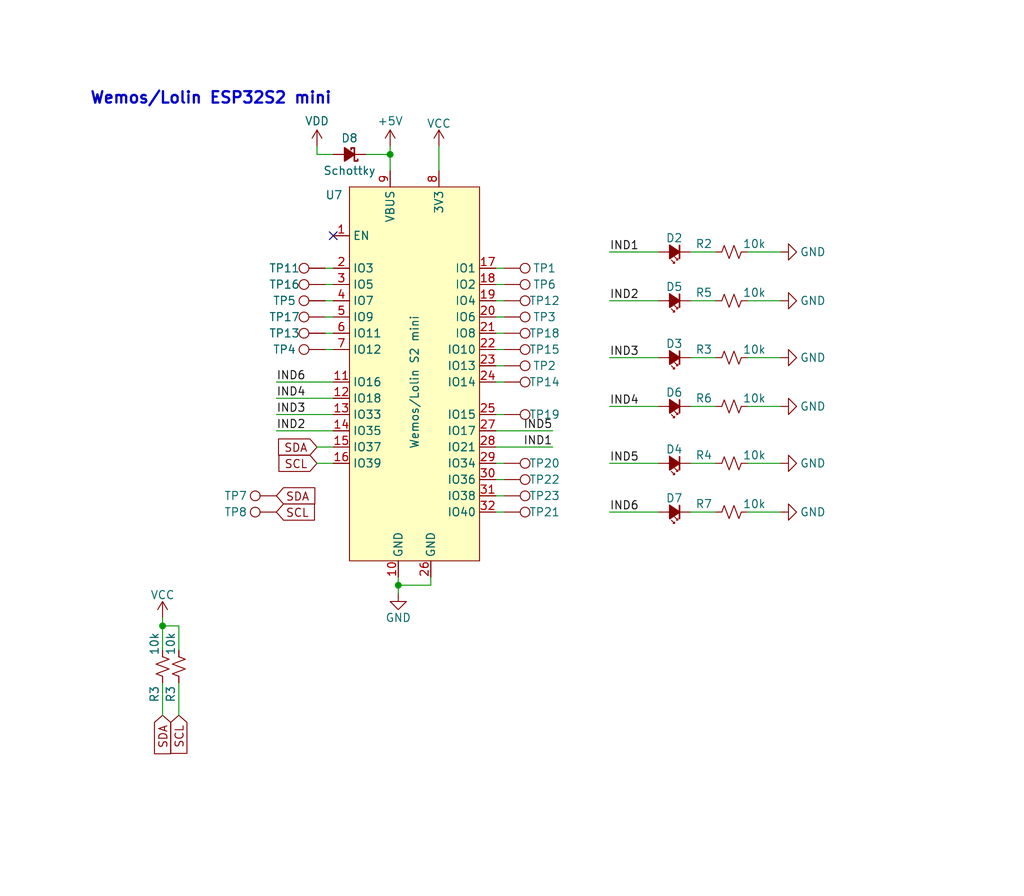
<source format=kicad_sch>
(kicad_sch (version 20230121) (generator eeschema)

  (uuid 5bc39bc1-fb65-48c7-bbb7-4dadd1a5b57e)

  (paper "User" 159.995 140.005)

  (lib_symbols
    (symbol "Connector:TestPoint" (pin_numbers hide) (pin_names (offset 0.762) hide) (in_bom yes) (on_board yes)
      (property "Reference" "TP" (at 0 6.858 0)
        (effects (font (size 1.27 1.27)))
      )
      (property "Value" "TestPoint" (at 0 5.08 0)
        (effects (font (size 1.27 1.27)))
      )
      (property "Footprint" "" (at 5.08 0 0)
        (effects (font (size 1.27 1.27)) hide)
      )
      (property "Datasheet" "~" (at 5.08 0 0)
        (effects (font (size 1.27 1.27)) hide)
      )
      (property "ki_keywords" "test point tp" (at 0 0 0)
        (effects (font (size 1.27 1.27)) hide)
      )
      (property "ki_description" "test point" (at 0 0 0)
        (effects (font (size 1.27 1.27)) hide)
      )
      (property "ki_fp_filters" "Pin* Test*" (at 0 0 0)
        (effects (font (size 1.27 1.27)) hide)
      )
      (symbol "TestPoint_0_1"
        (circle (center 0 3.302) (radius 0.762)
          (stroke (width 0) (type default))
          (fill (type none))
        )
      )
      (symbol "TestPoint_1_1"
        (pin passive line (at 0 0 90) (length 2.54)
          (name "1" (effects (font (size 1.27 1.27))))
          (number "1" (effects (font (size 1.27 1.27))))
        )
      )
    )
    (symbol "Device:D_Schottky_Small_Filled" (pin_numbers hide) (pin_names (offset 0.254) hide) (in_bom yes) (on_board yes)
      (property "Reference" "D" (at -1.27 2.032 0)
        (effects (font (size 1.27 1.27)) (justify left))
      )
      (property "Value" "D_Schottky_Small_Filled" (at -7.112 -2.032 0)
        (effects (font (size 1.27 1.27)) (justify left))
      )
      (property "Footprint" "" (at 0 0 90)
        (effects (font (size 1.27 1.27)) hide)
      )
      (property "Datasheet" "~" (at 0 0 90)
        (effects (font (size 1.27 1.27)) hide)
      )
      (property "ki_keywords" "diode Schottky" (at 0 0 0)
        (effects (font (size 1.27 1.27)) hide)
      )
      (property "ki_description" "Schottky diode, small symbol, filled shape" (at 0 0 0)
        (effects (font (size 1.27 1.27)) hide)
      )
      (property "ki_fp_filters" "TO-???* *_Diode_* *SingleDiode* D_*" (at 0 0 0)
        (effects (font (size 1.27 1.27)) hide)
      )
      (symbol "D_Schottky_Small_Filled_0_1"
        (polyline
          (pts
            (xy -0.762 0)
            (xy 0.762 0)
          )
          (stroke (width 0) (type default))
          (fill (type none))
        )
        (polyline
          (pts
            (xy 0.762 -1.016)
            (xy -0.762 0)
            (xy 0.762 1.016)
            (xy 0.762 -1.016)
          )
          (stroke (width 0.254) (type default))
          (fill (type outline))
        )
        (polyline
          (pts
            (xy -1.27 0.762)
            (xy -1.27 1.016)
            (xy -0.762 1.016)
            (xy -0.762 -1.016)
            (xy -0.254 -1.016)
            (xy -0.254 -0.762)
          )
          (stroke (width 0.254) (type default))
          (fill (type none))
        )
      )
      (symbol "D_Schottky_Small_Filled_1_1"
        (pin passive line (at -2.54 0 0) (length 1.778)
          (name "K" (effects (font (size 1.27 1.27))))
          (number "1" (effects (font (size 1.27 1.27))))
        )
        (pin passive line (at 2.54 0 180) (length 1.778)
          (name "A" (effects (font (size 1.27 1.27))))
          (number "2" (effects (font (size 1.27 1.27))))
        )
      )
    )
    (symbol "Device:LED_Small_Filled" (pin_numbers hide) (pin_names (offset 0.254) hide) (in_bom yes) (on_board yes)
      (property "Reference" "D" (at -1.27 3.175 0)
        (effects (font (size 1.27 1.27)) (justify left))
      )
      (property "Value" "LED_Small_Filled" (at -4.445 -2.54 0)
        (effects (font (size 1.27 1.27)) (justify left))
      )
      (property "Footprint" "" (at 0 0 90)
        (effects (font (size 1.27 1.27)) hide)
      )
      (property "Datasheet" "~" (at 0 0 90)
        (effects (font (size 1.27 1.27)) hide)
      )
      (property "ki_keywords" "LED diode light-emitting-diode" (at 0 0 0)
        (effects (font (size 1.27 1.27)) hide)
      )
      (property "ki_description" "Light emitting diode, small symbol, filled shape" (at 0 0 0)
        (effects (font (size 1.27 1.27)) hide)
      )
      (property "ki_fp_filters" "LED* LED_SMD:* LED_THT:*" (at 0 0 0)
        (effects (font (size 1.27 1.27)) hide)
      )
      (symbol "LED_Small_Filled_0_1"
        (polyline
          (pts
            (xy -0.762 -1.016)
            (xy -0.762 1.016)
          )
          (stroke (width 0.254) (type default))
          (fill (type none))
        )
        (polyline
          (pts
            (xy 1.016 0)
            (xy -0.762 0)
          )
          (stroke (width 0) (type default))
          (fill (type none))
        )
        (polyline
          (pts
            (xy 0.762 -1.016)
            (xy -0.762 0)
            (xy 0.762 1.016)
            (xy 0.762 -1.016)
          )
          (stroke (width 0.254) (type default))
          (fill (type outline))
        )
        (polyline
          (pts
            (xy 0 0.762)
            (xy -0.508 1.27)
            (xy -0.254 1.27)
            (xy -0.508 1.27)
            (xy -0.508 1.016)
          )
          (stroke (width 0) (type default))
          (fill (type none))
        )
        (polyline
          (pts
            (xy 0.508 1.27)
            (xy 0 1.778)
            (xy 0.254 1.778)
            (xy 0 1.778)
            (xy 0 1.524)
          )
          (stroke (width 0) (type default))
          (fill (type none))
        )
      )
      (symbol "LED_Small_Filled_1_1"
        (pin passive line (at -2.54 0 0) (length 1.778)
          (name "K" (effects (font (size 1.27 1.27))))
          (number "1" (effects (font (size 1.27 1.27))))
        )
        (pin passive line (at 2.54 0 180) (length 1.778)
          (name "A" (effects (font (size 1.27 1.27))))
          (number "2" (effects (font (size 1.27 1.27))))
        )
      )
    )
    (symbol "Device:R_Small_US" (pin_numbers hide) (pin_names (offset 0.254) hide) (in_bom yes) (on_board yes)
      (property "Reference" "R" (at 0.762 0.508 0)
        (effects (font (size 1.27 1.27)) (justify left))
      )
      (property "Value" "R_Small_US" (at 0.762 -1.016 0)
        (effects (font (size 1.27 1.27)) (justify left))
      )
      (property "Footprint" "" (at 0 0 0)
        (effects (font (size 1.27 1.27)) hide)
      )
      (property "Datasheet" "~" (at 0 0 0)
        (effects (font (size 1.27 1.27)) hide)
      )
      (property "ki_keywords" "r resistor" (at 0 0 0)
        (effects (font (size 1.27 1.27)) hide)
      )
      (property "ki_description" "Resistor, small US symbol" (at 0 0 0)
        (effects (font (size 1.27 1.27)) hide)
      )
      (property "ki_fp_filters" "R_*" (at 0 0 0)
        (effects (font (size 1.27 1.27)) hide)
      )
      (symbol "R_Small_US_1_1"
        (polyline
          (pts
            (xy 0 0)
            (xy 1.016 -0.381)
            (xy 0 -0.762)
            (xy -1.016 -1.143)
            (xy 0 -1.524)
          )
          (stroke (width 0) (type default))
          (fill (type none))
        )
        (polyline
          (pts
            (xy 0 1.524)
            (xy 1.016 1.143)
            (xy 0 0.762)
            (xy -1.016 0.381)
            (xy 0 0)
          )
          (stroke (width 0) (type default))
          (fill (type none))
        )
        (pin passive line (at 0 2.54 270) (length 1.016)
          (name "~" (effects (font (size 1.27 1.27))))
          (number "1" (effects (font (size 1.27 1.27))))
        )
        (pin passive line (at 0 -2.54 90) (length 1.016)
          (name "~" (effects (font (size 1.27 1.27))))
          (number "2" (effects (font (size 1.27 1.27))))
        )
      )
    )
    (symbol "Mylib:Lolin/Wemos_S2_mini" (in_bom yes) (on_board yes)
      (property "Reference" "U" (at 0 34.29 0)
        (effects (font (size 1.27 1.27)))
      )
      (property "Value" "" (at 0 0 0)
        (effects (font (size 1.27 1.27)))
      )
      (property "Footprint" "" (at 0 0 0)
        (effects (font (size 1.27 1.27)) hide)
      )
      (property "Datasheet" "" (at 0 0 0)
        (effects (font (size 1.27 1.27)) hide)
      )
      (symbol "Lolin/Wemos_S2_mini_1_1"
        (rectangle (start -10.16 31.75) (end 10.16 -26.67)
          (stroke (width 0) (type default))
          (fill (type background))
        )
        (pin input line (at -12.7 24.13 0) (length 2.54)
          (name "EN" (effects (font (size 1.27 1.27))))
          (number "1" (effects (font (size 1.27 1.27))))
        )
        (pin input line (at -2.54 -29.21 90) (length 2.54)
          (name "GND" (effects (font (size 1.27 1.27))))
          (number "10" (effects (font (size 1.27 1.27))))
        )
        (pin input line (at -12.7 1.27 0) (length 2.54)
          (name "IO16" (effects (font (size 1.27 1.27))))
          (number "11" (effects (font (size 1.27 1.27))))
        )
        (pin input line (at -12.7 -1.27 0) (length 2.54)
          (name "IO18" (effects (font (size 1.27 1.27))))
          (number "12" (effects (font (size 1.27 1.27))))
        )
        (pin input line (at -12.7 -3.81 0) (length 2.54)
          (name "IO33" (effects (font (size 1.27 1.27))))
          (number "13" (effects (font (size 1.27 1.27))))
        )
        (pin input line (at -12.7 -6.35 0) (length 2.54)
          (name "IO35" (effects (font (size 1.27 1.27))))
          (number "14" (effects (font (size 1.27 1.27))))
        )
        (pin input line (at -12.7 -8.89 0) (length 2.54)
          (name "IO37" (effects (font (size 1.27 1.27))))
          (number "15" (effects (font (size 1.27 1.27))))
        )
        (pin input line (at -12.7 -11.43 0) (length 2.54)
          (name "IO39" (effects (font (size 1.27 1.27))))
          (number "16" (effects (font (size 1.27 1.27))))
        )
        (pin input line (at 12.7 19.05 180) (length 2.54)
          (name "IO1" (effects (font (size 1.27 1.27))))
          (number "17" (effects (font (size 1.27 1.27))))
        )
        (pin input line (at 12.7 16.51 180) (length 2.54)
          (name "IO2" (effects (font (size 1.27 1.27))))
          (number "18" (effects (font (size 1.27 1.27))))
        )
        (pin input line (at 12.7 13.97 180) (length 2.54)
          (name "IO4" (effects (font (size 1.27 1.27))))
          (number "19" (effects (font (size 1.27 1.27))))
        )
        (pin input line (at -12.7 19.05 0) (length 2.54)
          (name "IO3" (effects (font (size 1.27 1.27))))
          (number "2" (effects (font (size 1.27 1.27))))
        )
        (pin input line (at 12.7 11.43 180) (length 2.54)
          (name "IO6" (effects (font (size 1.27 1.27))))
          (number "20" (effects (font (size 1.27 1.27))))
        )
        (pin input line (at 12.7 8.89 180) (length 2.54)
          (name "IO8" (effects (font (size 1.27 1.27))))
          (number "21" (effects (font (size 1.27 1.27))))
        )
        (pin input line (at 12.7 6.35 180) (length 2.54)
          (name "IO10" (effects (font (size 1.27 1.27))))
          (number "22" (effects (font (size 1.27 1.27))))
        )
        (pin input line (at 12.7 3.81 180) (length 2.54)
          (name "IO13" (effects (font (size 1.27 1.27))))
          (number "23" (effects (font (size 1.27 1.27))))
        )
        (pin input line (at 12.7 1.27 180) (length 2.54)
          (name "IO14" (effects (font (size 1.27 1.27))))
          (number "24" (effects (font (size 1.27 1.27))))
        )
        (pin input line (at 12.7 -3.81 180) (length 2.54)
          (name "IO15" (effects (font (size 1.27 1.27))))
          (number "25" (effects (font (size 1.27 1.27))))
        )
        (pin input line (at 2.54 -29.21 90) (length 2.54)
          (name "GND" (effects (font (size 1.27 1.27))))
          (number "26" (effects (font (size 1.27 1.27))))
        )
        (pin input line (at 12.7 -6.35 180) (length 2.54)
          (name "IO17" (effects (font (size 1.27 1.27))))
          (number "27" (effects (font (size 1.27 1.27))))
        )
        (pin input line (at 12.7 -8.89 180) (length 2.54)
          (name "IO21" (effects (font (size 1.27 1.27))))
          (number "28" (effects (font (size 1.27 1.27))))
        )
        (pin input line (at 12.7 -11.43 180) (length 2.54)
          (name "IO34" (effects (font (size 1.27 1.27))))
          (number "29" (effects (font (size 1.27 1.27))))
        )
        (pin input line (at -12.7 16.51 0) (length 2.54)
          (name "IO5" (effects (font (size 1.27 1.27))))
          (number "3" (effects (font (size 1.27 1.27))))
        )
        (pin input line (at 12.7 -13.97 180) (length 2.54)
          (name "IO36" (effects (font (size 1.27 1.27))))
          (number "30" (effects (font (size 1.27 1.27))))
        )
        (pin input line (at 12.7 -16.51 180) (length 2.54)
          (name "IO38" (effects (font (size 1.27 1.27))))
          (number "31" (effects (font (size 1.27 1.27))))
        )
        (pin input line (at 12.7 -19.05 180) (length 2.54)
          (name "IO40" (effects (font (size 1.27 1.27))))
          (number "32" (effects (font (size 1.27 1.27))))
        )
        (pin input line (at -12.7 13.97 0) (length 2.54)
          (name "IO7" (effects (font (size 1.27 1.27))))
          (number "4" (effects (font (size 1.27 1.27))))
        )
        (pin input line (at -12.7 11.43 0) (length 2.54)
          (name "IO9" (effects (font (size 1.27 1.27))))
          (number "5" (effects (font (size 1.27 1.27))))
        )
        (pin input line (at -12.7 8.89 0) (length 2.54)
          (name "IO11" (effects (font (size 1.27 1.27))))
          (number "6" (effects (font (size 1.27 1.27))))
        )
        (pin input line (at -12.7 6.35 0) (length 2.54)
          (name "IO12" (effects (font (size 1.27 1.27))))
          (number "7" (effects (font (size 1.27 1.27))))
        )
        (pin input line (at 3.81 34.29 270) (length 2.54)
          (name "3V3" (effects (font (size 1.27 1.27))))
          (number "8" (effects (font (size 1.27 1.27))))
        )
        (pin input line (at -3.81 34.29 270) (length 2.54)
          (name "VBUS" (effects (font (size 1.27 1.27))))
          (number "9" (effects (font (size 1.27 1.27))))
        )
      )
    )
    (symbol "power:+5V" (power) (pin_names (offset 0)) (in_bom yes) (on_board yes)
      (property "Reference" "#PWR" (at 0 -3.81 0)
        (effects (font (size 1.27 1.27)) hide)
      )
      (property "Value" "+5V" (at 0 3.556 0)
        (effects (font (size 1.27 1.27)))
      )
      (property "Footprint" "" (at 0 0 0)
        (effects (font (size 1.27 1.27)) hide)
      )
      (property "Datasheet" "" (at 0 0 0)
        (effects (font (size 1.27 1.27)) hide)
      )
      (property "ki_keywords" "global power" (at 0 0 0)
        (effects (font (size 1.27 1.27)) hide)
      )
      (property "ki_description" "Power symbol creates a global label with name \"+5V\"" (at 0 0 0)
        (effects (font (size 1.27 1.27)) hide)
      )
      (symbol "+5V_0_1"
        (polyline
          (pts
            (xy -0.762 1.27)
            (xy 0 2.54)
          )
          (stroke (width 0) (type default))
          (fill (type none))
        )
        (polyline
          (pts
            (xy 0 0)
            (xy 0 2.54)
          )
          (stroke (width 0) (type default))
          (fill (type none))
        )
        (polyline
          (pts
            (xy 0 2.54)
            (xy 0.762 1.27)
          )
          (stroke (width 0) (type default))
          (fill (type none))
        )
      )
      (symbol "+5V_1_1"
        (pin power_in line (at 0 0 90) (length 0) hide
          (name "+5V" (effects (font (size 1.27 1.27))))
          (number "1" (effects (font (size 1.27 1.27))))
        )
      )
    )
    (symbol "power:GND" (power) (pin_names (offset 0)) (in_bom yes) (on_board yes)
      (property "Reference" "#PWR" (at 0 -6.35 0)
        (effects (font (size 1.27 1.27)) hide)
      )
      (property "Value" "GND" (at 0 -3.81 0)
        (effects (font (size 1.27 1.27)))
      )
      (property "Footprint" "" (at 0 0 0)
        (effects (font (size 1.27 1.27)) hide)
      )
      (property "Datasheet" "" (at 0 0 0)
        (effects (font (size 1.27 1.27)) hide)
      )
      (property "ki_keywords" "power-flag" (at 0 0 0)
        (effects (font (size 1.27 1.27)) hide)
      )
      (property "ki_description" "Power symbol creates a global label with name \"GND\" , ground" (at 0 0 0)
        (effects (font (size 1.27 1.27)) hide)
      )
      (symbol "GND_0_1"
        (polyline
          (pts
            (xy 0 0)
            (xy 0 -1.27)
            (xy 1.27 -1.27)
            (xy 0 -2.54)
            (xy -1.27 -1.27)
            (xy 0 -1.27)
          )
          (stroke (width 0) (type default))
          (fill (type none))
        )
      )
      (symbol "GND_1_1"
        (pin power_in line (at 0 0 270) (length 0) hide
          (name "GND" (effects (font (size 1.27 1.27))))
          (number "1" (effects (font (size 1.27 1.27))))
        )
      )
    )
    (symbol "power:VCC" (power) (pin_names (offset 0)) (in_bom yes) (on_board yes)
      (property "Reference" "#PWR" (at 0 -3.81 0)
        (effects (font (size 1.27 1.27)) hide)
      )
      (property "Value" "VCC" (at 0 3.81 0)
        (effects (font (size 1.27 1.27)))
      )
      (property "Footprint" "" (at 0 0 0)
        (effects (font (size 1.27 1.27)) hide)
      )
      (property "Datasheet" "" (at 0 0 0)
        (effects (font (size 1.27 1.27)) hide)
      )
      (property "ki_keywords" "global power" (at 0 0 0)
        (effects (font (size 1.27 1.27)) hide)
      )
      (property "ki_description" "Power symbol creates a global label with name \"VCC\"" (at 0 0 0)
        (effects (font (size 1.27 1.27)) hide)
      )
      (symbol "VCC_0_1"
        (polyline
          (pts
            (xy -0.762 1.27)
            (xy 0 2.54)
          )
          (stroke (width 0) (type default))
          (fill (type none))
        )
        (polyline
          (pts
            (xy 0 0)
            (xy 0 2.54)
          )
          (stroke (width 0) (type default))
          (fill (type none))
        )
        (polyline
          (pts
            (xy 0 2.54)
            (xy 0.762 1.27)
          )
          (stroke (width 0) (type default))
          (fill (type none))
        )
      )
      (symbol "VCC_1_1"
        (pin power_in line (at 0 0 90) (length 0) hide
          (name "VCC" (effects (font (size 1.27 1.27))))
          (number "1" (effects (font (size 1.27 1.27))))
        )
      )
    )
    (symbol "power:VDD" (power) (pin_names (offset 0)) (in_bom yes) (on_board yes)
      (property "Reference" "#PWR" (at 0 -3.81 0)
        (effects (font (size 1.27 1.27)) hide)
      )
      (property "Value" "VDD" (at 0 3.81 0)
        (effects (font (size 1.27 1.27)))
      )
      (property "Footprint" "" (at 0 0 0)
        (effects (font (size 1.27 1.27)) hide)
      )
      (property "Datasheet" "" (at 0 0 0)
        (effects (font (size 1.27 1.27)) hide)
      )
      (property "ki_keywords" "global power" (at 0 0 0)
        (effects (font (size 1.27 1.27)) hide)
      )
      (property "ki_description" "Power symbol creates a global label with name \"VDD\"" (at 0 0 0)
        (effects (font (size 1.27 1.27)) hide)
      )
      (symbol "VDD_0_1"
        (polyline
          (pts
            (xy -0.762 1.27)
            (xy 0 2.54)
          )
          (stroke (width 0) (type default))
          (fill (type none))
        )
        (polyline
          (pts
            (xy 0 0)
            (xy 0 2.54)
          )
          (stroke (width 0) (type default))
          (fill (type none))
        )
        (polyline
          (pts
            (xy 0 2.54)
            (xy 0.762 1.27)
          )
          (stroke (width 0) (type default))
          (fill (type none))
        )
      )
      (symbol "VDD_1_1"
        (pin power_in line (at 0 0 90) (length 0) hide
          (name "VDD" (effects (font (size 1.27 1.27))))
          (number "1" (effects (font (size 1.27 1.27))))
        )
      )
    )
  )

  (junction (at 62.23 91.44) (diameter 0) (color 0 0 0 0)
    (uuid 4c744326-66bd-4822-856c-9a73674ef5ac)
  )
  (junction (at 60.96 24.13) (diameter 0) (color 0 0 0 0)
    (uuid d0e05bb2-046f-47e8-8a05-17de233b320f)
  )
  (junction (at 25.4 97.79) (diameter 0) (color 0 0 0 0)
    (uuid d539774d-15f0-45a8-b1d3-dbcf7d748a07)
  )

  (no_connect (at 52.07 36.83) (uuid 4e5244d6-9b6d-4b10-9dd9-7a20b7a6ce7e))

  (wire (pts (xy 49.53 22.86) (xy 49.53 24.13))
    (stroke (width 0) (type default))
    (uuid 01a7af66-5802-4233-9f9e-d1d48cbe839e)
  )
  (wire (pts (xy 25.4 97.79) (xy 27.94 97.79))
    (stroke (width 0) (type default))
    (uuid 02d454e8-b868-4265-87c9-9e6a13ac6ffd)
  )
  (wire (pts (xy 77.47 69.85) (xy 86.36 69.85))
    (stroke (width 0) (type default))
    (uuid 03235bf7-fcc6-422a-a7ec-f76381afa18e)
  )
  (wire (pts (xy 62.23 90.17) (xy 62.23 91.44))
    (stroke (width 0) (type default))
    (uuid 0360e3c1-c0c6-4290-8d3d-a1ddfe736d1b)
  )
  (wire (pts (xy 50.8 49.53) (xy 52.07 49.53))
    (stroke (width 0) (type default))
    (uuid 047395f9-3468-472a-bb9a-59bf7803f26c)
  )
  (wire (pts (xy 116.84 46.99) (xy 121.92 46.99))
    (stroke (width 0) (type default))
    (uuid 055ce799-fa57-40ac-8605-5b77ec778d84)
  )
  (wire (pts (xy 116.84 63.5) (xy 121.92 63.5))
    (stroke (width 0) (type default))
    (uuid 097cb07b-8e4d-4b9c-8ff3-1f64a4f52a0f)
  )
  (wire (pts (xy 49.53 24.13) (xy 52.07 24.13))
    (stroke (width 0) (type default))
    (uuid 09f7a1bd-1385-4e4f-b8fb-5caa7abc70f2)
  )
  (wire (pts (xy 50.8 44.45) (xy 52.07 44.45))
    (stroke (width 0) (type default))
    (uuid 0d8856c7-e122-47c1-85b1-5ee4db175eb0)
  )
  (wire (pts (xy 43.18 59.69) (xy 52.07 59.69))
    (stroke (width 0) (type default))
    (uuid 0e7bf217-59bf-46b8-9b42-1772193962ec)
  )
  (wire (pts (xy 62.23 91.44) (xy 67.31 91.44))
    (stroke (width 0) (type default))
    (uuid 1107725e-05e3-4302-832a-a83f955e1561)
  )
  (wire (pts (xy 107.95 63.5) (xy 111.76 63.5))
    (stroke (width 0) (type default))
    (uuid 128d843e-9110-47e1-ab98-cb19009c4914)
  )
  (wire (pts (xy 78.74 52.07) (xy 77.47 52.07))
    (stroke (width 0) (type default))
    (uuid 143dbd7e-951e-4dac-890e-1def8bfdb0e4)
  )
  (wire (pts (xy 77.47 77.47) (xy 78.74 77.47))
    (stroke (width 0) (type default))
    (uuid 23789c62-925b-4069-bc6c-402adebb0264)
  )
  (wire (pts (xy 116.84 55.88) (xy 121.92 55.88))
    (stroke (width 0) (type default))
    (uuid 298fa622-2c64-4627-8752-6ae87a93abee)
  )
  (wire (pts (xy 78.74 46.99) (xy 77.47 46.99))
    (stroke (width 0) (type default))
    (uuid 29c97999-c46c-487d-875a-2c3845eb25ab)
  )
  (wire (pts (xy 78.74 74.93) (xy 77.47 74.93))
    (stroke (width 0) (type default))
    (uuid 2a906338-ed40-4a38-9ac0-da1743420f78)
  )
  (wire (pts (xy 95.25 39.37) (xy 102.87 39.37))
    (stroke (width 0) (type default))
    (uuid 2eff3a1c-1adf-4a72-954f-4984ca0a05e9)
  )
  (wire (pts (xy 95.25 63.5) (xy 102.87 63.5))
    (stroke (width 0) (type default))
    (uuid 3a3b10d8-7286-4783-b24c-be01ff1e4ab6)
  )
  (wire (pts (xy 116.84 80.01) (xy 121.92 80.01))
    (stroke (width 0) (type default))
    (uuid 4248a107-db83-4fba-a6d7-3518a8426b61)
  )
  (wire (pts (xy 50.8 41.91) (xy 52.07 41.91))
    (stroke (width 0) (type default))
    (uuid 4454c44a-a7a8-468b-922b-08086e5dbcf4)
  )
  (wire (pts (xy 25.4 96.52) (xy 25.4 97.79))
    (stroke (width 0) (type default))
    (uuid 50f8997d-992e-401d-985d-b957e719e0db)
  )
  (wire (pts (xy 95.25 72.39) (xy 102.87 72.39))
    (stroke (width 0) (type default))
    (uuid 54afc383-c4bd-49d6-9e2c-90b05115709a)
  )
  (wire (pts (xy 95.25 55.88) (xy 102.87 55.88))
    (stroke (width 0) (type default))
    (uuid 5aaf8a28-abfc-484d-a295-0a6d065c43b4)
  )
  (wire (pts (xy 67.31 91.44) (xy 67.31 90.17))
    (stroke (width 0) (type default))
    (uuid 5b99d83a-53ed-451f-b3b4-7e9ab60cf705)
  )
  (wire (pts (xy 43.18 64.77) (xy 52.07 64.77))
    (stroke (width 0) (type default))
    (uuid 5d9bbf51-4f2d-4837-b96b-f6fdeb691b90)
  )
  (wire (pts (xy 43.18 62.23) (xy 52.07 62.23))
    (stroke (width 0) (type default))
    (uuid 64dbf4e2-41b9-42b0-af7a-3305d0722a5e)
  )
  (wire (pts (xy 57.15 24.13) (xy 60.96 24.13))
    (stroke (width 0) (type default))
    (uuid 6724e4f4-5ba0-459e-ae33-6fe758bba88d)
  )
  (wire (pts (xy 60.96 22.86) (xy 60.96 24.13))
    (stroke (width 0) (type default))
    (uuid 68d084ef-bfab-4948-a857-1409787f61f2)
  )
  (wire (pts (xy 78.74 59.69) (xy 77.47 59.69))
    (stroke (width 0) (type default))
    (uuid 6b18d921-6afd-4755-9cf8-75e55268ae64)
  )
  (wire (pts (xy 78.74 44.45) (xy 77.47 44.45))
    (stroke (width 0) (type default))
    (uuid 752342e2-664e-4c0f-a0a1-ab061559fa23)
  )
  (wire (pts (xy 107.95 80.01) (xy 111.76 80.01))
    (stroke (width 0) (type default))
    (uuid 7760208b-c417-46c4-8ce7-f011c749ba9f)
  )
  (wire (pts (xy 107.95 72.39) (xy 111.76 72.39))
    (stroke (width 0) (type default))
    (uuid 7820eccb-9489-48a1-9dbd-9759210ea5e4)
  )
  (wire (pts (xy 107.95 55.88) (xy 111.76 55.88))
    (stroke (width 0) (type default))
    (uuid 7bb66ffc-f75e-468d-9fd0-5415482bede7)
  )
  (wire (pts (xy 78.74 41.91) (xy 77.47 41.91))
    (stroke (width 0) (type default))
    (uuid 84a9600f-f5c0-45a2-87a8-f548cab12133)
  )
  (wire (pts (xy 50.8 54.61) (xy 52.07 54.61))
    (stroke (width 0) (type default))
    (uuid 8514dd89-6062-4fcb-a722-3bd10f583797)
  )
  (wire (pts (xy 78.74 54.61) (xy 77.47 54.61))
    (stroke (width 0) (type default))
    (uuid 856fd24a-ba9e-4b45-9fae-fcf06f0d5bdf)
  )
  (wire (pts (xy 60.96 24.13) (xy 60.96 26.67))
    (stroke (width 0) (type default))
    (uuid 85fce489-152d-44e8-885a-13fe12311dde)
  )
  (wire (pts (xy 77.47 80.01) (xy 78.74 80.01))
    (stroke (width 0) (type default))
    (uuid 8fc46ca1-cbe3-4249-bc65-054759bb775b)
  )
  (wire (pts (xy 107.95 46.99) (xy 111.76 46.99))
    (stroke (width 0) (type default))
    (uuid 8fdd3041-b4d7-4f72-b809-4145d9e8d8d4)
  )
  (wire (pts (xy 25.4 106.68) (xy 25.4 111.76))
    (stroke (width 0) (type default))
    (uuid 90974cd1-83ed-4dba-ad68-b3f8c1e70d48)
  )
  (wire (pts (xy 78.74 72.39) (xy 77.47 72.39))
    (stroke (width 0) (type default))
    (uuid 967da3ba-0f32-4fdc-8eb3-3aa5d6e80c24)
  )
  (wire (pts (xy 27.94 97.79) (xy 27.94 101.6))
    (stroke (width 0) (type default))
    (uuid a3a88a05-8933-4144-9ebe-947665140938)
  )
  (wire (pts (xy 49.53 72.39) (xy 52.07 72.39))
    (stroke (width 0) (type default))
    (uuid a6aa156e-2eba-433b-9cfc-fb625d359385)
  )
  (wire (pts (xy 68.58 22.86) (xy 68.58 26.67))
    (stroke (width 0) (type default))
    (uuid aa857f30-adba-4a0a-9b9a-f8a8cc5ab60d)
  )
  (wire (pts (xy 62.23 91.44) (xy 62.23 92.71))
    (stroke (width 0) (type default))
    (uuid b08be728-c5dc-421d-8308-e4477a06fe04)
  )
  (wire (pts (xy 43.18 67.31) (xy 52.07 67.31))
    (stroke (width 0) (type default))
    (uuid b2ad168c-8d1b-435b-a7ab-70ac23dd864c)
  )
  (wire (pts (xy 49.53 69.85) (xy 52.07 69.85))
    (stroke (width 0) (type default))
    (uuid b5813bde-64d7-4393-aca2-fbb411c619b7)
  )
  (wire (pts (xy 78.74 64.77) (xy 77.47 64.77))
    (stroke (width 0) (type default))
    (uuid b8075ecd-a891-4fbd-8ccd-e5f57997df87)
  )
  (wire (pts (xy 50.8 52.07) (xy 52.07 52.07))
    (stroke (width 0) (type default))
    (uuid bb74b93d-5fbe-40a0-aff6-6b642a954a81)
  )
  (wire (pts (xy 95.25 80.01) (xy 102.87 80.01))
    (stroke (width 0) (type default))
    (uuid c6bd16e0-77d9-40ee-ae6a-00f4663028fe)
  )
  (wire (pts (xy 116.84 39.37) (xy 121.92 39.37))
    (stroke (width 0) (type default))
    (uuid c7e01231-13c1-4df0-918e-dcba2701154d)
  )
  (wire (pts (xy 25.4 97.79) (xy 25.4 101.6))
    (stroke (width 0) (type default))
    (uuid d129f683-a5b0-4db0-a426-1c2bca4a391f)
  )
  (wire (pts (xy 50.8 46.99) (xy 52.07 46.99))
    (stroke (width 0) (type default))
    (uuid d2843a9e-5057-40f6-a467-d094a15a1c28)
  )
  (wire (pts (xy 78.74 49.53) (xy 77.47 49.53))
    (stroke (width 0) (type default))
    (uuid dd1dcd51-0768-4c97-9c01-bca6ec809d39)
  )
  (wire (pts (xy 78.74 57.15) (xy 77.47 57.15))
    (stroke (width 0) (type default))
    (uuid e5c57dc1-f934-45f9-9fa1-5204872a42f9)
  )
  (wire (pts (xy 77.47 67.31) (xy 86.36 67.31))
    (stroke (width 0) (type default))
    (uuid e7575d82-9a71-4804-9caf-e3c0c778c2fb)
  )
  (wire (pts (xy 27.94 106.68) (xy 27.94 111.76))
    (stroke (width 0) (type default))
    (uuid e915d718-f7db-4996-8b9d-c3e1be45c393)
  )
  (wire (pts (xy 107.95 39.37) (xy 111.76 39.37))
    (stroke (width 0) (type default))
    (uuid efc37dbb-6a6f-41c6-ba27-5338b8051c50)
  )
  (wire (pts (xy 95.25 46.99) (xy 102.87 46.99))
    (stroke (width 0) (type default))
    (uuid f7242f59-919a-4208-aa46-330582efaf73)
  )
  (wire (pts (xy 116.84 72.39) (xy 121.92 72.39))
    (stroke (width 0) (type default))
    (uuid fdbd9d41-1bd0-450c-9cda-501841192e51)
  )

  (text "Wemos/Lolin ESP32S2 mini" (at 13.97 16.51 0)
    (effects (font (size 1.778 1.778) (thickness 0.3556) bold) (justify left bottom))
    (uuid ec24cadb-7ee9-42d0-9b0b-1c749fb60517)
  )

  (label "IND2" (at 95.25 46.99 0) (fields_autoplaced)
    (effects (font (size 1.27 1.27)) (justify left bottom))
    (uuid 0c1a0811-a4cd-4cd6-83ba-64f2663a349f)
  )
  (label "IND4" (at 95.25 63.5 0) (fields_autoplaced)
    (effects (font (size 1.27 1.27)) (justify left bottom))
    (uuid 0e8ea648-03d5-4a77-bf9d-c936be820705)
  )
  (label "IND1" (at 86.36 69.85 180) (fields_autoplaced)
    (effects (font (size 1.27 1.27)) (justify right bottom))
    (uuid 106c813f-d38d-4cf6-a582-16a6ea03e40d)
  )
  (label "IND6" (at 95.25 80.01 0) (fields_autoplaced)
    (effects (font (size 1.27 1.27)) (justify left bottom))
    (uuid 1210536d-656b-4446-9332-334bcb53fe43)
  )
  (label "IND3" (at 43.18 64.77 0) (fields_autoplaced)
    (effects (font (size 1.27 1.27)) (justify left bottom))
    (uuid 1d44f7a5-83e4-4107-a86e-aa58c283e0de)
  )
  (label "IND3" (at 95.25 55.88 0) (fields_autoplaced)
    (effects (font (size 1.27 1.27)) (justify left bottom))
    (uuid 36e278df-8385-4912-b82a-da32565d268c)
  )
  (label "IND5" (at 95.25 72.39 0) (fields_autoplaced)
    (effects (font (size 1.27 1.27)) (justify left bottom))
    (uuid 4991a279-9177-4902-b1f6-abf0b1d53940)
  )
  (label "IND5" (at 86.36 67.31 180) (fields_autoplaced)
    (effects (font (size 1.27 1.27)) (justify right bottom))
    (uuid 540cb466-4f6f-42ee-9f47-0197182b5199)
  )
  (label "IND4" (at 43.18 62.23 0) (fields_autoplaced)
    (effects (font (size 1.27 1.27)) (justify left bottom))
    (uuid 547fc685-1c49-4d2c-a887-bcebae746540)
  )
  (label "IND2" (at 43.18 67.31 0) (fields_autoplaced)
    (effects (font (size 1.27 1.27)) (justify left bottom))
    (uuid 885aecc4-2a5c-4fa4-a0cc-90b819932116)
  )
  (label "IND6" (at 43.18 59.69 0) (fields_autoplaced)
    (effects (font (size 1.27 1.27)) (justify left bottom))
    (uuid a00cd68e-851d-41e3-b1e8-d0e42c25b121)
  )
  (label "IND1" (at 95.25 39.37 0) (fields_autoplaced)
    (effects (font (size 1.27 1.27)) (justify left bottom))
    (uuid f61b4c52-68e8-4f3f-a9b5-c11b0a2e35a6)
  )

  (global_label "SDA" (shape input) (at 43.18 77.47 0) (fields_autoplaced)
    (effects (font (size 1.27 1.27)) (justify left))
    (uuid 164041f4-69ef-45e6-9ab7-74dc01e2aad9)
    (property "Intersheetrefs" "${INTERSHEET_REFS}" (at 49.6539 77.47 0)
      (effects (font (size 1.27 1.27)) (justify left) hide)
    )
  )
  (global_label "SDA" (shape input) (at 25.4 111.76 270) (fields_autoplaced)
    (effects (font (size 1.27 1.27)) (justify right))
    (uuid 224d1680-ec14-4aa5-be5b-93150ee1cb5b)
    (property "Intersheetrefs" "${INTERSHEET_REFS}" (at 25.4 118.2339 90)
      (effects (font (size 1.27 1.27)) (justify right) hide)
    )
  )
  (global_label "SCL" (shape input) (at 27.94 111.76 270) (fields_autoplaced)
    (effects (font (size 1.27 1.27)) (justify right))
    (uuid 55736de2-fd9f-48de-ba9e-7bd418762068)
    (property "Intersheetrefs" "${INTERSHEET_REFS}" (at 27.94 118.1734 90)
      (effects (font (size 1.27 1.27)) (justify right) hide)
    )
  )
  (global_label "SDA" (shape input) (at 49.53 69.85 180) (fields_autoplaced)
    (effects (font (size 1.27 1.27)) (justify right))
    (uuid 6eea3eb8-b3a7-4405-bcdd-66bdaa179ecd)
    (property "Intersheetrefs" "${INTERSHEET_REFS}" (at 43.0561 69.85 0)
      (effects (font (size 1.27 1.27)) (justify right) hide)
    )
  )
  (global_label "SCL" (shape input) (at 49.53 72.39 180) (fields_autoplaced)
    (effects (font (size 1.27 1.27)) (justify right))
    (uuid c953fe77-3966-46d0-843c-b8403b56367b)
    (property "Intersheetrefs" "${INTERSHEET_REFS}" (at 43.1166 72.39 0)
      (effects (font (size 1.27 1.27)) (justify right) hide)
    )
  )
  (global_label "SCL" (shape input) (at 43.18 80.01 0) (fields_autoplaced)
    (effects (font (size 1.27 1.27)) (justify left))
    (uuid e847ac7a-7693-41e6-9d52-fc17f60402e8)
    (property "Intersheetrefs" "${INTERSHEET_REFS}" (at 49.5934 80.01 0)
      (effects (font (size 1.27 1.27)) (justify left) hide)
    )
  )

  (symbol (lib_id "power:GND") (at 121.92 55.88 90) (unit 1)
    (in_bom yes) (on_board yes) (dnp no)
    (uuid 006ea2ec-77fb-4f9f-8689-2bc2b5da1ef4)
    (property "Reference" "#PWR024" (at 128.27 55.88 0)
      (effects (font (size 1.27 1.27)) hide)
    )
    (property "Value" "GND" (at 127 55.88 90)
      (effects (font (size 1.27 1.27)))
    )
    (property "Footprint" "" (at 121.92 55.88 0)
      (effects (font (size 1.27 1.27)) hide)
    )
    (property "Datasheet" "" (at 121.92 55.88 0)
      (effects (font (size 1.27 1.27)) hide)
    )
    (pin "1" (uuid d9b6c073-d0c3-4fa3-95b2-37ec4dae05a6))
    (instances
      (project "PCBPT_Main_control_V1"
        (path "/67ad53b0-e724-4354-8add-ffbe056bca93/9c4f98f1-bc47-4c4b-bbad-ba5566d013b5"
          (reference "#PWR024") (unit 1)
        )
        (path "/67ad53b0-e724-4354-8add-ffbe056bca93/03c1781e-297b-49e1-8cb8-7d532072eddb"
          (reference "#PWR015") (unit 1)
        )
        (path "/67ad53b0-e724-4354-8add-ffbe056bca93/86ad79f3-50fd-479e-949c-33d1e1007bb2"
          (reference "#PWR024") (unit 1)
        )
      )
      (project "Motor_module"
        (path "/e63e39d7-6ac0-4ffd-8aa3-1841a4541b55"
          (reference "#PWR0131") (unit 1)
        )
      )
    )
  )

  (symbol (lib_id "Connector:TestPoint") (at 78.74 44.45 270) (unit 1)
    (in_bom yes) (on_board yes) (dnp no)
    (uuid 041dadc9-a46f-40ea-94ad-2d8fe0825405)
    (property "Reference" "TP6" (at 85.09 44.45 90)
      (effects (font (size 1.27 1.27)))
    )
    (property "Value" "TestPoint" (at 82.042 46.617 90)
      (effects (font (size 1.27 1.27)) hide)
    )
    (property "Footprint" "Mylib:1_pin_sig" (at 78.74 49.53 0)
      (effects (font (size 1.27 1.27)) hide)
    )
    (property "Datasheet" "~" (at 78.74 49.53 0)
      (effects (font (size 1.27 1.27)) hide)
    )
    (pin "1" (uuid 9b9556a8-d1cf-4d38-9566-37bf4c4e9390))
    (instances
      (project "PCBPT_Main_control_V1"
        (path "/67ad53b0-e724-4354-8add-ffbe056bca93/86ad79f3-50fd-479e-949c-33d1e1007bb2"
          (reference "TP6") (unit 1)
        )
      )
    )
  )

  (symbol (lib_id "power:GND") (at 121.92 63.5 90) (unit 1)
    (in_bom yes) (on_board yes) (dnp no)
    (uuid 050fb9ee-80be-4879-b60a-bfcfea90e69b)
    (property "Reference" "#PWR027" (at 128.27 63.5 0)
      (effects (font (size 1.27 1.27)) hide)
    )
    (property "Value" "GND" (at 127 63.5 90)
      (effects (font (size 1.27 1.27)))
    )
    (property "Footprint" "" (at 121.92 63.5 0)
      (effects (font (size 1.27 1.27)) hide)
    )
    (property "Datasheet" "" (at 121.92 63.5 0)
      (effects (font (size 1.27 1.27)) hide)
    )
    (pin "1" (uuid caf7063a-7423-4923-a592-7a436f674f41))
    (instances
      (project "PCBPT_Main_control_V1"
        (path "/67ad53b0-e724-4354-8add-ffbe056bca93/9c4f98f1-bc47-4c4b-bbad-ba5566d013b5"
          (reference "#PWR027") (unit 1)
        )
        (path "/67ad53b0-e724-4354-8add-ffbe056bca93/03c1781e-297b-49e1-8cb8-7d532072eddb"
          (reference "#PWR015") (unit 1)
        )
        (path "/67ad53b0-e724-4354-8add-ffbe056bca93/86ad79f3-50fd-479e-949c-33d1e1007bb2"
          (reference "#PWR027") (unit 1)
        )
      )
      (project "Motor_module"
        (path "/e63e39d7-6ac0-4ffd-8aa3-1841a4541b55"
          (reference "#PWR0131") (unit 1)
        )
      )
    )
  )

  (symbol (lib_id "power:GND") (at 121.92 46.99 90) (unit 1)
    (in_bom yes) (on_board yes) (dnp no)
    (uuid 1456a81d-33c6-401b-8bc9-349c16a5c27f)
    (property "Reference" "#PWR026" (at 128.27 46.99 0)
      (effects (font (size 1.27 1.27)) hide)
    )
    (property "Value" "GND" (at 127 46.99 90)
      (effects (font (size 1.27 1.27)))
    )
    (property "Footprint" "" (at 121.92 46.99 0)
      (effects (font (size 1.27 1.27)) hide)
    )
    (property "Datasheet" "" (at 121.92 46.99 0)
      (effects (font (size 1.27 1.27)) hide)
    )
    (pin "1" (uuid 33262aa6-8691-48e7-b5b2-0b9fa88eeb8e))
    (instances
      (project "PCBPT_Main_control_V1"
        (path "/67ad53b0-e724-4354-8add-ffbe056bca93/9c4f98f1-bc47-4c4b-bbad-ba5566d013b5"
          (reference "#PWR026") (unit 1)
        )
        (path "/67ad53b0-e724-4354-8add-ffbe056bca93/03c1781e-297b-49e1-8cb8-7d532072eddb"
          (reference "#PWR015") (unit 1)
        )
        (path "/67ad53b0-e724-4354-8add-ffbe056bca93/86ad79f3-50fd-479e-949c-33d1e1007bb2"
          (reference "#PWR026") (unit 1)
        )
      )
      (project "Motor_module"
        (path "/e63e39d7-6ac0-4ffd-8aa3-1841a4541b55"
          (reference "#PWR0131") (unit 1)
        )
      )
    )
  )

  (symbol (lib_id "Device:LED_Small_Filled") (at 105.41 55.88 180) (unit 1)
    (in_bom yes) (on_board yes) (dnp no) (fields_autoplaced)
    (uuid 1fef4abe-e51e-41b9-848e-6d42d9683990)
    (property "Reference" "D3" (at 105.3465 53.7012 0)
      (effects (font (size 1.27 1.27)))
    )
    (property "Value" "LED_Small_Filled" (at 105.3465 53.6726 0)
      (effects (font (size 1.27 1.27)) hide)
    )
    (property "Footprint" "LED_SMD:LED_0603_1608Metric" (at 105.41 55.88 90)
      (effects (font (size 1.27 1.27)) hide)
    )
    (property "Datasheet" "~" (at 105.41 55.88 90)
      (effects (font (size 1.27 1.27)) hide)
    )
    (pin "1" (uuid 752dc999-24c8-4356-8d2c-0a5b3c0f500b))
    (pin "2" (uuid 49c5cd38-8417-4365-9a61-1ff074ddb133))
    (instances
      (project "PCBPT_Main_control_V1"
        (path "/67ad53b0-e724-4354-8add-ffbe056bca93/9c4f98f1-bc47-4c4b-bbad-ba5566d013b5"
          (reference "D3") (unit 1)
        )
        (path "/67ad53b0-e724-4354-8add-ffbe056bca93/03c1781e-297b-49e1-8cb8-7d532072eddb"
          (reference "D1") (unit 1)
        )
        (path "/67ad53b0-e724-4354-8add-ffbe056bca93/86ad79f3-50fd-479e-949c-33d1e1007bb2"
          (reference "D3") (unit 1)
        )
      )
      (project "Motor_module"
        (path "/e63e39d7-6ac0-4ffd-8aa3-1841a4541b55"
          (reference "D3") (unit 1)
        )
      )
    )
  )

  (symbol (lib_id "Device:D_Schottky_Small_Filled") (at 54.61 24.13 180) (unit 1)
    (in_bom yes) (on_board yes) (dnp no)
    (uuid 28779854-d063-4ac6-a29d-6b1f6247988b)
    (property "Reference" "D8" (at 54.61 21.59 0)
      (effects (font (size 1.27 1.27)))
    )
    (property "Value" "Schottky" (at 54.61 26.67 0)
      (effects (font (size 1.27 1.27)))
    )
    (property "Footprint" "Diode_SMD:D_0603_1608Metric_Pad1.05x0.95mm_HandSolder" (at 54.61 24.13 90)
      (effects (font (size 1.27 1.27)) hide)
    )
    (property "Datasheet" "~" (at 54.61 24.13 90)
      (effects (font (size 1.27 1.27)) hide)
    )
    (pin "1" (uuid ad1cd99d-116a-4034-931a-1cfd00de957b))
    (pin "2" (uuid 4b614355-1dc9-45fc-a2a0-d3161cef8b8b))
    (instances
      (project "PCBPT_Main_control_V1"
        (path "/67ad53b0-e724-4354-8add-ffbe056bca93/86ad79f3-50fd-479e-949c-33d1e1007bb2"
          (reference "D8") (unit 1)
        )
      )
    )
  )

  (symbol (lib_id "Connector:TestPoint") (at 50.8 49.53 90) (unit 1)
    (in_bom yes) (on_board yes) (dnp no)
    (uuid 2fdeaa50-c0d2-4ac1-bc08-b93af5047a23)
    (property "Reference" "TP17" (at 44.45 49.53 90)
      (effects (font (size 1.27 1.27)))
    )
    (property "Value" "TestPoint" (at 47.498 47.363 90)
      (effects (font (size 1.27 1.27)) hide)
    )
    (property "Footprint" "Mylib:1_pin_sig" (at 50.8 44.45 0)
      (effects (font (size 1.27 1.27)) hide)
    )
    (property "Datasheet" "~" (at 50.8 44.45 0)
      (effects (font (size 1.27 1.27)) hide)
    )
    (pin "1" (uuid 574e3efa-cefc-4eab-a365-a9d021fb9485))
    (instances
      (project "PCBPT_Main_control_V1"
        (path "/67ad53b0-e724-4354-8add-ffbe056bca93/86ad79f3-50fd-479e-949c-33d1e1007bb2"
          (reference "TP17") (unit 1)
        )
      )
    )
  )

  (symbol (lib_id "Device:R_Small_US") (at 114.3 72.39 90) (unit 1)
    (in_bom yes) (on_board yes) (dnp no)
    (uuid 351ef5be-5b61-4727-8302-6645d056b134)
    (property "Reference" "R4" (at 109.982 71.12 90)
      (effects (font (size 1.27 1.27)))
    )
    (property "Value" "10k" (at 117.856 71.12 90)
      (effects (font (size 1.27 1.27)))
    )
    (property "Footprint" "Resistor_SMD:R_0603_1608Metric" (at 114.3 72.39 0)
      (effects (font (size 1.27 1.27)) hide)
    )
    (property "Datasheet" "~" (at 114.3 72.39 0)
      (effects (font (size 1.27 1.27)) hide)
    )
    (pin "1" (uuid f6e91b2c-360d-418a-941d-4397e57aecb0))
    (pin "2" (uuid 0acf63e9-6b5e-444c-970e-d1c8ac03c218))
    (instances
      (project "PCBPT_Main_control_V1"
        (path "/67ad53b0-e724-4354-8add-ffbe056bca93/9c4f98f1-bc47-4c4b-bbad-ba5566d013b5"
          (reference "R4") (unit 1)
        )
        (path "/67ad53b0-e724-4354-8add-ffbe056bca93/03c1781e-297b-49e1-8cb8-7d532072eddb"
          (reference "R1") (unit 1)
        )
        (path "/67ad53b0-e724-4354-8add-ffbe056bca93/86ad79f3-50fd-479e-949c-33d1e1007bb2"
          (reference "R4") (unit 1)
        )
      )
      (project "Motor_module"
        (path "/e63e39d7-6ac0-4ffd-8aa3-1841a4541b55"
          (reference "R10") (unit 1)
        )
      )
    )
  )

  (symbol (lib_id "Connector:TestPoint") (at 78.74 52.07 270) (unit 1)
    (in_bom yes) (on_board yes) (dnp no)
    (uuid 433dc3c6-d39a-4dd7-8abb-f9ccc9fda1c9)
    (property "Reference" "TP18" (at 85.09 52.07 90)
      (effects (font (size 1.27 1.27)))
    )
    (property "Value" "TestPoint" (at 82.042 54.237 90)
      (effects (font (size 1.27 1.27)) hide)
    )
    (property "Footprint" "Mylib:1_pin_sig" (at 78.74 57.15 0)
      (effects (font (size 1.27 1.27)) hide)
    )
    (property "Datasheet" "~" (at 78.74 57.15 0)
      (effects (font (size 1.27 1.27)) hide)
    )
    (pin "1" (uuid 3428bbfc-56b1-47d7-8bef-5062cffb09ce))
    (instances
      (project "PCBPT_Main_control_V1"
        (path "/67ad53b0-e724-4354-8add-ffbe056bca93/86ad79f3-50fd-479e-949c-33d1e1007bb2"
          (reference "TP18") (unit 1)
        )
      )
    )
  )

  (symbol (lib_id "Device:LED_Small_Filled") (at 105.41 72.39 180) (unit 1)
    (in_bom yes) (on_board yes) (dnp no) (fields_autoplaced)
    (uuid 4a55379f-d93e-408f-8735-df8df4aa2709)
    (property "Reference" "D4" (at 105.3465 70.2112 0)
      (effects (font (size 1.27 1.27)))
    )
    (property "Value" "LED_Small_Filled" (at 105.3465 70.1826 0)
      (effects (font (size 1.27 1.27)) hide)
    )
    (property "Footprint" "LED_SMD:LED_0603_1608Metric" (at 105.41 72.39 90)
      (effects (font (size 1.27 1.27)) hide)
    )
    (property "Datasheet" "~" (at 105.41 72.39 90)
      (effects (font (size 1.27 1.27)) hide)
    )
    (pin "1" (uuid 7a39b716-12d6-4266-82c3-6bbe8e168346))
    (pin "2" (uuid ea265655-83af-4141-999e-8a7d3e77c1ac))
    (instances
      (project "PCBPT_Main_control_V1"
        (path "/67ad53b0-e724-4354-8add-ffbe056bca93/9c4f98f1-bc47-4c4b-bbad-ba5566d013b5"
          (reference "D4") (unit 1)
        )
        (path "/67ad53b0-e724-4354-8add-ffbe056bca93/03c1781e-297b-49e1-8cb8-7d532072eddb"
          (reference "D1") (unit 1)
        )
        (path "/67ad53b0-e724-4354-8add-ffbe056bca93/86ad79f3-50fd-479e-949c-33d1e1007bb2"
          (reference "D4") (unit 1)
        )
      )
      (project "Motor_module"
        (path "/e63e39d7-6ac0-4ffd-8aa3-1841a4541b55"
          (reference "D3") (unit 1)
        )
      )
    )
  )

  (symbol (lib_id "Device:LED_Small_Filled") (at 105.41 80.01 180) (unit 1)
    (in_bom yes) (on_board yes) (dnp no) (fields_autoplaced)
    (uuid 66868da3-73c8-45f9-aef1-98ca498b6d9b)
    (property "Reference" "D7" (at 105.3465 77.8312 0)
      (effects (font (size 1.27 1.27)))
    )
    (property "Value" "LED_Small_Filled" (at 105.3465 77.8026 0)
      (effects (font (size 1.27 1.27)) hide)
    )
    (property "Footprint" "LED_SMD:LED_0603_1608Metric" (at 105.41 80.01 90)
      (effects (font (size 1.27 1.27)) hide)
    )
    (property "Datasheet" "~" (at 105.41 80.01 90)
      (effects (font (size 1.27 1.27)) hide)
    )
    (pin "1" (uuid aa5beb2f-a22f-428b-bcd5-a5ba76551b83))
    (pin "2" (uuid 981af4ff-3990-4ed9-8f9d-37a2eebd68be))
    (instances
      (project "PCBPT_Main_control_V1"
        (path "/67ad53b0-e724-4354-8add-ffbe056bca93/9c4f98f1-bc47-4c4b-bbad-ba5566d013b5"
          (reference "D7") (unit 1)
        )
        (path "/67ad53b0-e724-4354-8add-ffbe056bca93/03c1781e-297b-49e1-8cb8-7d532072eddb"
          (reference "D1") (unit 1)
        )
        (path "/67ad53b0-e724-4354-8add-ffbe056bca93/86ad79f3-50fd-479e-949c-33d1e1007bb2"
          (reference "D7") (unit 1)
        )
      )
      (project "Motor_module"
        (path "/e63e39d7-6ac0-4ffd-8aa3-1841a4541b55"
          (reference "D3") (unit 1)
        )
      )
    )
  )

  (symbol (lib_id "Connector:TestPoint") (at 50.8 41.91 90) (unit 1)
    (in_bom yes) (on_board yes) (dnp no)
    (uuid 6a39128f-3a8b-4408-989c-64cab6be77f5)
    (property "Reference" "TP11" (at 44.45 41.91 90)
      (effects (font (size 1.27 1.27)))
    )
    (property "Value" "TestPoint" (at 47.498 39.743 90)
      (effects (font (size 1.27 1.27)) hide)
    )
    (property "Footprint" "Mylib:1_pin_sig" (at 50.8 36.83 0)
      (effects (font (size 1.27 1.27)) hide)
    )
    (property "Datasheet" "~" (at 50.8 36.83 0)
      (effects (font (size 1.27 1.27)) hide)
    )
    (pin "1" (uuid eae68b40-e089-4cc5-ae77-95ca0fdd9af3))
    (instances
      (project "PCBPT_Main_control_V1"
        (path "/67ad53b0-e724-4354-8add-ffbe056bca93/86ad79f3-50fd-479e-949c-33d1e1007bb2"
          (reference "TP11") (unit 1)
        )
      )
    )
  )

  (symbol (lib_id "Device:R_Small_US") (at 114.3 80.01 90) (unit 1)
    (in_bom yes) (on_board yes) (dnp no)
    (uuid 71ca1fde-ded7-4e85-a1bf-9c2df26a1948)
    (property "Reference" "R7" (at 109.982 78.74 90)
      (effects (font (size 1.27 1.27)))
    )
    (property "Value" "10k" (at 117.856 78.74 90)
      (effects (font (size 1.27 1.27)))
    )
    (property "Footprint" "Resistor_SMD:R_0603_1608Metric" (at 114.3 80.01 0)
      (effects (font (size 1.27 1.27)) hide)
    )
    (property "Datasheet" "~" (at 114.3 80.01 0)
      (effects (font (size 1.27 1.27)) hide)
    )
    (pin "1" (uuid d8545a46-42e8-4961-9f07-46a915714646))
    (pin "2" (uuid 2310aa1a-2891-41f5-96d8-bd89a840dd5e))
    (instances
      (project "PCBPT_Main_control_V1"
        (path "/67ad53b0-e724-4354-8add-ffbe056bca93/9c4f98f1-bc47-4c4b-bbad-ba5566d013b5"
          (reference "R7") (unit 1)
        )
        (path "/67ad53b0-e724-4354-8add-ffbe056bca93/03c1781e-297b-49e1-8cb8-7d532072eddb"
          (reference "R1") (unit 1)
        )
        (path "/67ad53b0-e724-4354-8add-ffbe056bca93/86ad79f3-50fd-479e-949c-33d1e1007bb2"
          (reference "R7") (unit 1)
        )
      )
      (project "Motor_module"
        (path "/e63e39d7-6ac0-4ffd-8aa3-1841a4541b55"
          (reference "R10") (unit 1)
        )
      )
    )
  )

  (symbol (lib_id "Connector:TestPoint") (at 43.18 77.47 90) (unit 1)
    (in_bom yes) (on_board yes) (dnp no)
    (uuid 7f713fdb-20d1-46b0-a52f-140e74a4df39)
    (property "Reference" "TP7" (at 36.83 77.47 90)
      (effects (font (size 1.27 1.27)))
    )
    (property "Value" "TestPoint" (at 39.878 75.303 90)
      (effects (font (size 1.27 1.27)) hide)
    )
    (property "Footprint" "Mylib:1_pin_sig" (at 43.18 72.39 0)
      (effects (font (size 1.27 1.27)) hide)
    )
    (property "Datasheet" "~" (at 43.18 72.39 0)
      (effects (font (size 1.27 1.27)) hide)
    )
    (pin "1" (uuid 927e2c4e-e2e3-4438-b493-d880983ce5e5))
    (instances
      (project "PCBPT_Main_control_V1"
        (path "/67ad53b0-e724-4354-8add-ffbe056bca93/86ad79f3-50fd-479e-949c-33d1e1007bb2"
          (reference "TP7") (unit 1)
        )
      )
    )
  )

  (symbol (lib_id "Device:R_Small_US") (at 25.4 104.14 180) (unit 1)
    (in_bom yes) (on_board yes) (dnp no)
    (uuid 7f72849d-e421-46e1-bac7-85b23531950c)
    (property "Reference" "R3" (at 24.13 108.458 90)
      (effects (font (size 1.27 1.27)))
    )
    (property "Value" "10k" (at 24.13 100.584 90)
      (effects (font (size 1.27 1.27)))
    )
    (property "Footprint" "Resistor_SMD:R_0603_1608Metric" (at 25.4 104.14 0)
      (effects (font (size 1.27 1.27)) hide)
    )
    (property "Datasheet" "~" (at 25.4 104.14 0)
      (effects (font (size 1.27 1.27)) hide)
    )
    (pin "1" (uuid 4018bfac-b5a3-48b7-8764-e3e8df537e31))
    (pin "2" (uuid 61635359-c520-4d70-a3eb-559061be48ab))
    (instances
      (project "PCBPT_Main_control_V1"
        (path "/67ad53b0-e724-4354-8add-ffbe056bca93/9c4f98f1-bc47-4c4b-bbad-ba5566d013b5"
          (reference "R3") (unit 1)
        )
        (path "/67ad53b0-e724-4354-8add-ffbe056bca93/03c1781e-297b-49e1-8cb8-7d532072eddb"
          (reference "R1") (unit 1)
        )
        (path "/67ad53b0-e724-4354-8add-ffbe056bca93/86ad79f3-50fd-479e-949c-33d1e1007bb2"
          (reference "R8") (unit 1)
        )
      )
      (project "Motor_module"
        (path "/e63e39d7-6ac0-4ffd-8aa3-1841a4541b55"
          (reference "R10") (unit 1)
        )
      )
    )
  )

  (symbol (lib_id "Connector:TestPoint") (at 78.74 64.77 270) (unit 1)
    (in_bom yes) (on_board yes) (dnp no)
    (uuid 82eacc43-7c99-4174-9263-bc5039d79fbb)
    (property "Reference" "TP19" (at 85.09 64.77 90)
      (effects (font (size 1.27 1.27)))
    )
    (property "Value" "TestPoint" (at 82.042 66.937 90)
      (effects (font (size 1.27 1.27)) hide)
    )
    (property "Footprint" "Mylib:1_pin_sig" (at 78.74 69.85 0)
      (effects (font (size 1.27 1.27)) hide)
    )
    (property "Datasheet" "~" (at 78.74 69.85 0)
      (effects (font (size 1.27 1.27)) hide)
    )
    (pin "1" (uuid 6fafd11b-0ca4-42e6-bd93-2a340ee1f365))
    (instances
      (project "PCBPT_Main_control_V1"
        (path "/67ad53b0-e724-4354-8add-ffbe056bca93/86ad79f3-50fd-479e-949c-33d1e1007bb2"
          (reference "TP19") (unit 1)
        )
      )
    )
  )

  (symbol (lib_id "Connector:TestPoint") (at 78.74 72.39 270) (unit 1)
    (in_bom yes) (on_board yes) (dnp no)
    (uuid 877fa6e4-7f38-40b5-921a-252ff757e2c8)
    (property "Reference" "TP20" (at 85.09 72.39 90)
      (effects (font (size 1.27 1.27)))
    )
    (property "Value" "TestPoint" (at 82.042 74.557 90)
      (effects (font (size 1.27 1.27)) hide)
    )
    (property "Footprint" "Mylib:1_pin_sig" (at 78.74 77.47 0)
      (effects (font (size 1.27 1.27)) hide)
    )
    (property "Datasheet" "~" (at 78.74 77.47 0)
      (effects (font (size 1.27 1.27)) hide)
    )
    (pin "1" (uuid 49cb1b08-863d-4693-b7d5-388fb4c800f9))
    (instances
      (project "PCBPT_Main_control_V1"
        (path "/67ad53b0-e724-4354-8add-ffbe056bca93/86ad79f3-50fd-479e-949c-33d1e1007bb2"
          (reference "TP20") (unit 1)
        )
      )
    )
  )

  (symbol (lib_id "Device:LED_Small_Filled") (at 105.41 39.37 180) (unit 1)
    (in_bom yes) (on_board yes) (dnp no) (fields_autoplaced)
    (uuid 8893f8a9-e756-4d45-8ead-e0fa64faddfa)
    (property "Reference" "D2" (at 105.3465 37.1912 0)
      (effects (font (size 1.27 1.27)))
    )
    (property "Value" "LED_Small_Filled" (at 105.3465 37.1626 0)
      (effects (font (size 1.27 1.27)) hide)
    )
    (property "Footprint" "LED_SMD:LED_0603_1608Metric" (at 105.41 39.37 90)
      (effects (font (size 1.27 1.27)) hide)
    )
    (property "Datasheet" "~" (at 105.41 39.37 90)
      (effects (font (size 1.27 1.27)) hide)
    )
    (pin "1" (uuid 19733d9b-88ac-498e-bc50-43875e49963d))
    (pin "2" (uuid 1d089332-aa9d-4059-afad-27b79cada89f))
    (instances
      (project "PCBPT_Main_control_V1"
        (path "/67ad53b0-e724-4354-8add-ffbe056bca93/9c4f98f1-bc47-4c4b-bbad-ba5566d013b5"
          (reference "D2") (unit 1)
        )
        (path "/67ad53b0-e724-4354-8add-ffbe056bca93/03c1781e-297b-49e1-8cb8-7d532072eddb"
          (reference "D1") (unit 1)
        )
        (path "/67ad53b0-e724-4354-8add-ffbe056bca93/86ad79f3-50fd-479e-949c-33d1e1007bb2"
          (reference "D2") (unit 1)
        )
      )
      (project "Motor_module"
        (path "/e63e39d7-6ac0-4ffd-8aa3-1841a4541b55"
          (reference "D3") (unit 1)
        )
      )
    )
  )

  (symbol (lib_id "power:GND") (at 121.92 39.37 90) (unit 1)
    (in_bom yes) (on_board yes) (dnp no)
    (uuid 8d6e7103-e6ed-482c-8d84-d8a7e930eb3e)
    (property "Reference" "#PWR023" (at 128.27 39.37 0)
      (effects (font (size 1.27 1.27)) hide)
    )
    (property "Value" "GND" (at 127 39.37 90)
      (effects (font (size 1.27 1.27)))
    )
    (property "Footprint" "" (at 121.92 39.37 0)
      (effects (font (size 1.27 1.27)) hide)
    )
    (property "Datasheet" "" (at 121.92 39.37 0)
      (effects (font (size 1.27 1.27)) hide)
    )
    (pin "1" (uuid 00420108-cc2c-4430-912f-bb3512054dad))
    (instances
      (project "PCBPT_Main_control_V1"
        (path "/67ad53b0-e724-4354-8add-ffbe056bca93/9c4f98f1-bc47-4c4b-bbad-ba5566d013b5"
          (reference "#PWR023") (unit 1)
        )
        (path "/67ad53b0-e724-4354-8add-ffbe056bca93/03c1781e-297b-49e1-8cb8-7d532072eddb"
          (reference "#PWR015") (unit 1)
        )
        (path "/67ad53b0-e724-4354-8add-ffbe056bca93/86ad79f3-50fd-479e-949c-33d1e1007bb2"
          (reference "#PWR023") (unit 1)
        )
      )
      (project "Motor_module"
        (path "/e63e39d7-6ac0-4ffd-8aa3-1841a4541b55"
          (reference "#PWR0131") (unit 1)
        )
      )
    )
  )

  (symbol (lib_id "Device:R_Small_US") (at 114.3 55.88 90) (unit 1)
    (in_bom yes) (on_board yes) (dnp no)
    (uuid 9551059a-efea-4926-b71e-b9d1f33db6cc)
    (property "Reference" "R3" (at 109.982 54.61 90)
      (effects (font (size 1.27 1.27)))
    )
    (property "Value" "10k" (at 117.856 54.61 90)
      (effects (font (size 1.27 1.27)))
    )
    (property "Footprint" "Resistor_SMD:R_0603_1608Metric" (at 114.3 55.88 0)
      (effects (font (size 1.27 1.27)) hide)
    )
    (property "Datasheet" "~" (at 114.3 55.88 0)
      (effects (font (size 1.27 1.27)) hide)
    )
    (pin "1" (uuid 4bba13e6-a95c-4359-ba2e-af70b4db2b0c))
    (pin "2" (uuid 7fec8e94-6f2c-48dc-9c69-48f7abc1be23))
    (instances
      (project "PCBPT_Main_control_V1"
        (path "/67ad53b0-e724-4354-8add-ffbe056bca93/9c4f98f1-bc47-4c4b-bbad-ba5566d013b5"
          (reference "R3") (unit 1)
        )
        (path "/67ad53b0-e724-4354-8add-ffbe056bca93/03c1781e-297b-49e1-8cb8-7d532072eddb"
          (reference "R1") (unit 1)
        )
        (path "/67ad53b0-e724-4354-8add-ffbe056bca93/86ad79f3-50fd-479e-949c-33d1e1007bb2"
          (reference "R3") (unit 1)
        )
      )
      (project "Motor_module"
        (path "/e63e39d7-6ac0-4ffd-8aa3-1841a4541b55"
          (reference "R10") (unit 1)
        )
      )
    )
  )

  (symbol (lib_id "power:GND") (at 121.92 72.39 90) (unit 1)
    (in_bom yes) (on_board yes) (dnp no)
    (uuid 99f792ef-b839-4228-a212-8888b10e8656)
    (property "Reference" "#PWR025" (at 128.27 72.39 0)
      (effects (font (size 1.27 1.27)) hide)
    )
    (property "Value" "GND" (at 127 72.39 90)
      (effects (font (size 1.27 1.27)))
    )
    (property "Footprint" "" (at 121.92 72.39 0)
      (effects (font (size 1.27 1.27)) hide)
    )
    (property "Datasheet" "" (at 121.92 72.39 0)
      (effects (font (size 1.27 1.27)) hide)
    )
    (pin "1" (uuid 786b8a3c-a50c-4842-a603-a22f3000b03a))
    (instances
      (project "PCBPT_Main_control_V1"
        (path "/67ad53b0-e724-4354-8add-ffbe056bca93/9c4f98f1-bc47-4c4b-bbad-ba5566d013b5"
          (reference "#PWR025") (unit 1)
        )
        (path "/67ad53b0-e724-4354-8add-ffbe056bca93/03c1781e-297b-49e1-8cb8-7d532072eddb"
          (reference "#PWR015") (unit 1)
        )
        (path "/67ad53b0-e724-4354-8add-ffbe056bca93/86ad79f3-50fd-479e-949c-33d1e1007bb2"
          (reference "#PWR025") (unit 1)
        )
      )
      (project "Motor_module"
        (path "/e63e39d7-6ac0-4ffd-8aa3-1841a4541b55"
          (reference "#PWR0131") (unit 1)
        )
      )
    )
  )

  (symbol (lib_id "power:+5V") (at 60.96 22.86 0) (unit 1)
    (in_bom yes) (on_board yes) (dnp no) (fields_autoplaced)
    (uuid a3f80e1c-8d32-45d4-bafd-1c9c091c1474)
    (property "Reference" "#PWR033" (at 60.96 26.67 0)
      (effects (font (size 1.27 1.27)) hide)
    )
    (property "Value" "+5V" (at 60.96 18.915 0)
      (effects (font (size 1.27 1.27)))
    )
    (property "Footprint" "" (at 60.96 22.86 0)
      (effects (font (size 1.27 1.27)) hide)
    )
    (property "Datasheet" "" (at 60.96 22.86 0)
      (effects (font (size 1.27 1.27)) hide)
    )
    (pin "1" (uuid d831151c-c236-4954-8619-f86e0feb33d3))
    (instances
      (project "PCBPT_Main_control_V1"
        (path "/67ad53b0-e724-4354-8add-ffbe056bca93/9c4f98f1-bc47-4c4b-bbad-ba5566d013b5"
          (reference "#PWR033") (unit 1)
        )
        (path "/67ad53b0-e724-4354-8add-ffbe056bca93/86ad79f3-50fd-479e-949c-33d1e1007bb2"
          (reference "#PWR034") (unit 1)
        )
      )
    )
  )

  (symbol (lib_id "Connector:TestPoint") (at 78.74 54.61 270) (unit 1)
    (in_bom yes) (on_board yes) (dnp no)
    (uuid a87c04b3-8e34-48ea-b5c4-4eada0c73c2c)
    (property "Reference" "TP15" (at 85.09 54.61 90)
      (effects (font (size 1.27 1.27)))
    )
    (property "Value" "TestPoint" (at 82.042 56.777 90)
      (effects (font (size 1.27 1.27)) hide)
    )
    (property "Footprint" "Mylib:1_pin_sig" (at 78.74 59.69 0)
      (effects (font (size 1.27 1.27)) hide)
    )
    (property "Datasheet" "~" (at 78.74 59.69 0)
      (effects (font (size 1.27 1.27)) hide)
    )
    (pin "1" (uuid c7787162-8197-40ad-84a1-47ff3d362456))
    (instances
      (project "PCBPT_Main_control_V1"
        (path "/67ad53b0-e724-4354-8add-ffbe056bca93/86ad79f3-50fd-479e-949c-33d1e1007bb2"
          (reference "TP15") (unit 1)
        )
      )
    )
  )

  (symbol (lib_id "Connector:TestPoint") (at 50.8 46.99 90) (unit 1)
    (in_bom yes) (on_board yes) (dnp no)
    (uuid accfa893-a1d3-4f6b-a127-01bbf553c3e5)
    (property "Reference" "TP5" (at 44.45 46.99 90)
      (effects (font (size 1.27 1.27)))
    )
    (property "Value" "TestPoint" (at 47.498 44.823 90)
      (effects (font (size 1.27 1.27)) hide)
    )
    (property "Footprint" "Mylib:1_pin_sig" (at 50.8 41.91 0)
      (effects (font (size 1.27 1.27)) hide)
    )
    (property "Datasheet" "~" (at 50.8 41.91 0)
      (effects (font (size 1.27 1.27)) hide)
    )
    (pin "1" (uuid 4115c248-ec90-44b9-b58f-79074ca520c7))
    (instances
      (project "PCBPT_Main_control_V1"
        (path "/67ad53b0-e724-4354-8add-ffbe056bca93/86ad79f3-50fd-479e-949c-33d1e1007bb2"
          (reference "TP5") (unit 1)
        )
      )
    )
  )

  (symbol (lib_id "Connector:TestPoint") (at 78.74 77.47 270) (unit 1)
    (in_bom yes) (on_board yes) (dnp no)
    (uuid b24ff545-030b-4e61-91ec-8930c8ddd477)
    (property "Reference" "TP23" (at 85.09 77.47 90)
      (effects (font (size 1.27 1.27)))
    )
    (property "Value" "TestPoint" (at 82.042 79.637 90)
      (effects (font (size 1.27 1.27)) hide)
    )
    (property "Footprint" "Mylib:1_pin_sig" (at 78.74 82.55 0)
      (effects (font (size 1.27 1.27)) hide)
    )
    (property "Datasheet" "~" (at 78.74 82.55 0)
      (effects (font (size 1.27 1.27)) hide)
    )
    (pin "1" (uuid ce54e6ab-a0ac-4f84-bfab-4b51678a1cd1))
    (instances
      (project "PCBPT_Main_control_V1"
        (path "/67ad53b0-e724-4354-8add-ffbe056bca93/86ad79f3-50fd-479e-949c-33d1e1007bb2"
          (reference "TP23") (unit 1)
        )
      )
    )
  )

  (symbol (lib_id "Connector:TestPoint") (at 78.74 80.01 270) (unit 1)
    (in_bom yes) (on_board yes) (dnp no)
    (uuid b2d952f4-77bf-44ec-b3aa-1e32d56dd37b)
    (property "Reference" "TP21" (at 85.09 80.01 90)
      (effects (font (size 1.27 1.27)))
    )
    (property "Value" "TestPoint" (at 82.042 82.177 90)
      (effects (font (size 1.27 1.27)) hide)
    )
    (property "Footprint" "Mylib:1_pin_sig" (at 78.74 85.09 0)
      (effects (font (size 1.27 1.27)) hide)
    )
    (property "Datasheet" "~" (at 78.74 85.09 0)
      (effects (font (size 1.27 1.27)) hide)
    )
    (pin "1" (uuid bd4d459b-5685-4af1-863c-94fd577a92af))
    (instances
      (project "PCBPT_Main_control_V1"
        (path "/67ad53b0-e724-4354-8add-ffbe056bca93/86ad79f3-50fd-479e-949c-33d1e1007bb2"
          (reference "TP21") (unit 1)
        )
      )
    )
  )

  (symbol (lib_id "Device:R_Small_US") (at 114.3 39.37 90) (unit 1)
    (in_bom yes) (on_board yes) (dnp no)
    (uuid b3c118f8-fad2-496f-a2e9-8f3511114514)
    (property "Reference" "R2" (at 109.982 38.1 90)
      (effects (font (size 1.27 1.27)))
    )
    (property "Value" "10k" (at 117.856 38.1 90)
      (effects (font (size 1.27 1.27)))
    )
    (property "Footprint" "Resistor_SMD:R_0603_1608Metric" (at 114.3 39.37 0)
      (effects (font (size 1.27 1.27)) hide)
    )
    (property "Datasheet" "~" (at 114.3 39.37 0)
      (effects (font (size 1.27 1.27)) hide)
    )
    (pin "1" (uuid 4bb12619-7317-466c-a352-92d3eab0c28e))
    (pin "2" (uuid 1f3c1dd5-c2b7-43ea-a836-fd643086a9ec))
    (instances
      (project "PCBPT_Main_control_V1"
        (path "/67ad53b0-e724-4354-8add-ffbe056bca93/9c4f98f1-bc47-4c4b-bbad-ba5566d013b5"
          (reference "R2") (unit 1)
        )
        (path "/67ad53b0-e724-4354-8add-ffbe056bca93/03c1781e-297b-49e1-8cb8-7d532072eddb"
          (reference "R1") (unit 1)
        )
        (path "/67ad53b0-e724-4354-8add-ffbe056bca93/86ad79f3-50fd-479e-949c-33d1e1007bb2"
          (reference "R2") (unit 1)
        )
      )
      (project "Motor_module"
        (path "/e63e39d7-6ac0-4ffd-8aa3-1841a4541b55"
          (reference "R10") (unit 1)
        )
      )
    )
  )

  (symbol (lib_id "Device:LED_Small_Filled") (at 105.41 46.99 180) (unit 1)
    (in_bom yes) (on_board yes) (dnp no) (fields_autoplaced)
    (uuid b44af15d-60e8-4a5e-929e-054746770520)
    (property "Reference" "D5" (at 105.3465 44.8112 0)
      (effects (font (size 1.27 1.27)))
    )
    (property "Value" "LED_Small_Filled" (at 105.3465 44.7826 0)
      (effects (font (size 1.27 1.27)) hide)
    )
    (property "Footprint" "LED_SMD:LED_0603_1608Metric" (at 105.41 46.99 90)
      (effects (font (size 1.27 1.27)) hide)
    )
    (property "Datasheet" "~" (at 105.41 46.99 90)
      (effects (font (size 1.27 1.27)) hide)
    )
    (pin "1" (uuid 4258bd0f-0330-4877-bba7-bb36136ba306))
    (pin "2" (uuid a64dcce7-6280-4fa2-baca-503b3b8fb2c6))
    (instances
      (project "PCBPT_Main_control_V1"
        (path "/67ad53b0-e724-4354-8add-ffbe056bca93/9c4f98f1-bc47-4c4b-bbad-ba5566d013b5"
          (reference "D5") (unit 1)
        )
        (path "/67ad53b0-e724-4354-8add-ffbe056bca93/03c1781e-297b-49e1-8cb8-7d532072eddb"
          (reference "D1") (unit 1)
        )
        (path "/67ad53b0-e724-4354-8add-ffbe056bca93/86ad79f3-50fd-479e-949c-33d1e1007bb2"
          (reference "D5") (unit 1)
        )
      )
      (project "Motor_module"
        (path "/e63e39d7-6ac0-4ffd-8aa3-1841a4541b55"
          (reference "D3") (unit 1)
        )
      )
    )
  )

  (symbol (lib_id "power:GND") (at 62.23 92.71 0) (unit 1)
    (in_bom yes) (on_board yes) (dnp no)
    (uuid b4787626-2878-40f4-be0e-400e4ec7f64f)
    (property "Reference" "#PWR015" (at 62.23 99.06 0)
      (effects (font (size 1.27 1.27)) hide)
    )
    (property "Value" "GND" (at 62.23 96.52 0)
      (effects (font (size 1.27 1.27)))
    )
    (property "Footprint" "" (at 62.23 92.71 0)
      (effects (font (size 1.27 1.27)) hide)
    )
    (property "Datasheet" "" (at 62.23 92.71 0)
      (effects (font (size 1.27 1.27)) hide)
    )
    (pin "1" (uuid 2025a91c-7e05-498f-9175-dd88cb2fae14))
    (instances
      (project "PCBPT_Main_control_V1"
        (path "/67ad53b0-e724-4354-8add-ffbe056bca93/9c4f98f1-bc47-4c4b-bbad-ba5566d013b5"
          (reference "#PWR015") (unit 1)
        )
        (path "/67ad53b0-e724-4354-8add-ffbe056bca93/03c1781e-297b-49e1-8cb8-7d532072eddb"
          (reference "#PWR015") (unit 1)
        )
        (path "/67ad53b0-e724-4354-8add-ffbe056bca93/86ad79f3-50fd-479e-949c-33d1e1007bb2"
          (reference "#PWR031") (unit 1)
        )
      )
      (project "Motor_module"
        (path "/e63e39d7-6ac0-4ffd-8aa3-1841a4541b55"
          (reference "#PWR0131") (unit 1)
        )
      )
    )
  )

  (symbol (lib_id "Connector:TestPoint") (at 78.74 49.53 270) (unit 1)
    (in_bom yes) (on_board yes) (dnp no)
    (uuid b5617f10-889d-4d5c-978f-0ab3e9afe15d)
    (property "Reference" "TP3" (at 85.09 49.53 90)
      (effects (font (size 1.27 1.27)))
    )
    (property "Value" "TestPoint" (at 82.042 51.697 90)
      (effects (font (size 1.27 1.27)) hide)
    )
    (property "Footprint" "Mylib:1_pin_sig" (at 78.74 54.61 0)
      (effects (font (size 1.27 1.27)) hide)
    )
    (property "Datasheet" "~" (at 78.74 54.61 0)
      (effects (font (size 1.27 1.27)) hide)
    )
    (pin "1" (uuid c3999dea-5e4b-4295-84f3-a2af9fcaefc9))
    (instances
      (project "PCBPT_Main_control_V1"
        (path "/67ad53b0-e724-4354-8add-ffbe056bca93/86ad79f3-50fd-479e-949c-33d1e1007bb2"
          (reference "TP3") (unit 1)
        )
      )
    )
  )

  (symbol (lib_id "power:GND") (at 121.92 80.01 90) (unit 1)
    (in_bom yes) (on_board yes) (dnp no)
    (uuid b61005af-6dd8-4e15-844e-17c0b1558af4)
    (property "Reference" "#PWR028" (at 128.27 80.01 0)
      (effects (font (size 1.27 1.27)) hide)
    )
    (property "Value" "GND" (at 127 80.01 90)
      (effects (font (size 1.27 1.27)))
    )
    (property "Footprint" "" (at 121.92 80.01 0)
      (effects (font (size 1.27 1.27)) hide)
    )
    (property "Datasheet" "" (at 121.92 80.01 0)
      (effects (font (size 1.27 1.27)) hide)
    )
    (pin "1" (uuid 06943054-2e0a-48d5-b0b3-507fb25464a7))
    (instances
      (project "PCBPT_Main_control_V1"
        (path "/67ad53b0-e724-4354-8add-ffbe056bca93/9c4f98f1-bc47-4c4b-bbad-ba5566d013b5"
          (reference "#PWR028") (unit 1)
        )
        (path "/67ad53b0-e724-4354-8add-ffbe056bca93/03c1781e-297b-49e1-8cb8-7d532072eddb"
          (reference "#PWR015") (unit 1)
        )
        (path "/67ad53b0-e724-4354-8add-ffbe056bca93/86ad79f3-50fd-479e-949c-33d1e1007bb2"
          (reference "#PWR028") (unit 1)
        )
      )
      (project "Motor_module"
        (path "/e63e39d7-6ac0-4ffd-8aa3-1841a4541b55"
          (reference "#PWR0131") (unit 1)
        )
      )
    )
  )

  (symbol (lib_id "Connector:TestPoint") (at 78.74 41.91 270) (unit 1)
    (in_bom yes) (on_board yes) (dnp no)
    (uuid b65b6a11-b29f-4e4e-a281-b7b6b70502db)
    (property "Reference" "TP1" (at 85.09 41.91 90)
      (effects (font (size 1.27 1.27)))
    )
    (property "Value" "TestPoint" (at 82.042 44.077 90)
      (effects (font (size 1.27 1.27)) hide)
    )
    (property "Footprint" "Mylib:1_pin_sig" (at 78.74 46.99 0)
      (effects (font (size 1.27 1.27)) hide)
    )
    (property "Datasheet" "~" (at 78.74 46.99 0)
      (effects (font (size 1.27 1.27)) hide)
    )
    (pin "1" (uuid ec60281d-2f1b-4f30-a292-f19f43dcd29e))
    (instances
      (project "PCBPT_Main_control_V1"
        (path "/67ad53b0-e724-4354-8add-ffbe056bca93/86ad79f3-50fd-479e-949c-33d1e1007bb2"
          (reference "TP1") (unit 1)
        )
      )
    )
  )

  (symbol (lib_id "Connector:TestPoint") (at 78.74 46.99 270) (unit 1)
    (in_bom yes) (on_board yes) (dnp no)
    (uuid c19d8c07-6512-471e-be5a-4ccbf241cd3c)
    (property "Reference" "TP12" (at 85.09 46.99 90)
      (effects (font (size 1.27 1.27)))
    )
    (property "Value" "TestPoint" (at 82.042 49.157 90)
      (effects (font (size 1.27 1.27)) hide)
    )
    (property "Footprint" "Mylib:1_pin_sig" (at 78.74 52.07 0)
      (effects (font (size 1.27 1.27)) hide)
    )
    (property "Datasheet" "~" (at 78.74 52.07 0)
      (effects (font (size 1.27 1.27)) hide)
    )
    (pin "1" (uuid 3c671171-41a1-4e9c-b0e0-bc05841c7137))
    (instances
      (project "PCBPT_Main_control_V1"
        (path "/67ad53b0-e724-4354-8add-ffbe056bca93/86ad79f3-50fd-479e-949c-33d1e1007bb2"
          (reference "TP12") (unit 1)
        )
      )
    )
  )

  (symbol (lib_id "Connector:TestPoint") (at 50.8 44.45 90) (unit 1)
    (in_bom yes) (on_board yes) (dnp no)
    (uuid c398f82b-8db5-4f6b-83c8-266d35527600)
    (property "Reference" "TP16" (at 44.45 44.45 90)
      (effects (font (size 1.27 1.27)))
    )
    (property "Value" "TestPoint" (at 47.498 42.283 90)
      (effects (font (size 1.27 1.27)) hide)
    )
    (property "Footprint" "Mylib:1_pin_sig" (at 50.8 39.37 0)
      (effects (font (size 1.27 1.27)) hide)
    )
    (property "Datasheet" "~" (at 50.8 39.37 0)
      (effects (font (size 1.27 1.27)) hide)
    )
    (pin "1" (uuid a3f524a1-b84a-4c32-9355-eef23b22a220))
    (instances
      (project "PCBPT_Main_control_V1"
        (path "/67ad53b0-e724-4354-8add-ffbe056bca93/86ad79f3-50fd-479e-949c-33d1e1007bb2"
          (reference "TP16") (unit 1)
        )
      )
    )
  )

  (symbol (lib_id "Connector:TestPoint") (at 78.74 59.69 270) (unit 1)
    (in_bom yes) (on_board yes) (dnp no)
    (uuid c93d9e11-a02d-4135-b054-a2c2b4322efa)
    (property "Reference" "TP14" (at 85.09 59.69 90)
      (effects (font (size 1.27 1.27)))
    )
    (property "Value" "TestPoint" (at 82.042 61.857 90)
      (effects (font (size 1.27 1.27)) hide)
    )
    (property "Footprint" "Mylib:1_pin_sig" (at 78.74 64.77 0)
      (effects (font (size 1.27 1.27)) hide)
    )
    (property "Datasheet" "~" (at 78.74 64.77 0)
      (effects (font (size 1.27 1.27)) hide)
    )
    (pin "1" (uuid 8bc0af04-28df-4163-906f-b8d055267040))
    (instances
      (project "PCBPT_Main_control_V1"
        (path "/67ad53b0-e724-4354-8add-ffbe056bca93/86ad79f3-50fd-479e-949c-33d1e1007bb2"
          (reference "TP14") (unit 1)
        )
      )
    )
  )

  (symbol (lib_id "power:VCC") (at 68.58 22.86 0) (unit 1)
    (in_bom yes) (on_board yes) (dnp no)
    (uuid cb8cfc3b-09ad-4270-8fcd-c4d68bc76489)
    (property "Reference" "#PWR04" (at 68.58 26.67 0)
      (effects (font (size 1.27 1.27)) hide)
    )
    (property "Value" "VCC" (at 68.58 19.304 0)
      (effects (font (size 1.27 1.27)))
    )
    (property "Footprint" "" (at 68.58 22.86 0)
      (effects (font (size 1.27 1.27)) hide)
    )
    (property "Datasheet" "" (at 68.58 22.86 0)
      (effects (font (size 1.27 1.27)) hide)
    )
    (pin "1" (uuid 12b2487b-c133-4ec5-af4b-afaf88124931))
    (instances
      (project "PCBPT_Main_control_V1"
        (path "/67ad53b0-e724-4354-8add-ffbe056bca93/9c4f98f1-bc47-4c4b-bbad-ba5566d013b5"
          (reference "#PWR04") (unit 1)
        )
        (path "/67ad53b0-e724-4354-8add-ffbe056bca93/03c1781e-297b-49e1-8cb8-7d532072eddb"
          (reference "#PWR04") (unit 1)
        )
        (path "/67ad53b0-e724-4354-8add-ffbe056bca93/6013c2d1-59d9-4e52-9c53-fae38e10e3d2"
          (reference "#PWR02") (unit 1)
        )
        (path "/67ad53b0-e724-4354-8add-ffbe056bca93/86ad79f3-50fd-479e-949c-33d1e1007bb2"
          (reference "#PWR030") (unit 1)
        )
      )
    )
  )

  (symbol (lib_id "Device:R_Small_US") (at 114.3 63.5 90) (unit 1)
    (in_bom yes) (on_board yes) (dnp no)
    (uuid cda0a4a2-3897-405a-af92-febd1b13eb20)
    (property "Reference" "R6" (at 109.982 62.23 90)
      (effects (font (size 1.27 1.27)))
    )
    (property "Value" "10k" (at 117.856 62.23 90)
      (effects (font (size 1.27 1.27)))
    )
    (property "Footprint" "Resistor_SMD:R_0603_1608Metric" (at 114.3 63.5 0)
      (effects (font (size 1.27 1.27)) hide)
    )
    (property "Datasheet" "~" (at 114.3 63.5 0)
      (effects (font (size 1.27 1.27)) hide)
    )
    (pin "1" (uuid 9dd28fad-b460-4e08-94ad-0e308de9703c))
    (pin "2" (uuid 773def3c-4c14-4b6e-b2da-95b649959671))
    (instances
      (project "PCBPT_Main_control_V1"
        (path "/67ad53b0-e724-4354-8add-ffbe056bca93/9c4f98f1-bc47-4c4b-bbad-ba5566d013b5"
          (reference "R6") (unit 1)
        )
        (path "/67ad53b0-e724-4354-8add-ffbe056bca93/03c1781e-297b-49e1-8cb8-7d532072eddb"
          (reference "R1") (unit 1)
        )
        (path "/67ad53b0-e724-4354-8add-ffbe056bca93/86ad79f3-50fd-479e-949c-33d1e1007bb2"
          (reference "R6") (unit 1)
        )
      )
      (project "Motor_module"
        (path "/e63e39d7-6ac0-4ffd-8aa3-1841a4541b55"
          (reference "R10") (unit 1)
        )
      )
    )
  )

  (symbol (lib_id "Connector:TestPoint") (at 78.74 57.15 270) (unit 1)
    (in_bom yes) (on_board yes) (dnp no)
    (uuid d3b7204c-719f-44a3-84e1-706f44862ed6)
    (property "Reference" "TP2" (at 85.09 57.15 90)
      (effects (font (size 1.27 1.27)))
    )
    (property "Value" "TestPoint" (at 82.042 59.317 90)
      (effects (font (size 1.27 1.27)) hide)
    )
    (property "Footprint" "Mylib:1_pin_sig" (at 78.74 62.23 0)
      (effects (font (size 1.27 1.27)) hide)
    )
    (property "Datasheet" "~" (at 78.74 62.23 0)
      (effects (font (size 1.27 1.27)) hide)
    )
    (pin "1" (uuid ed8193d7-58b4-46aa-82de-4c289a3e3a47))
    (instances
      (project "PCBPT_Main_control_V1"
        (path "/67ad53b0-e724-4354-8add-ffbe056bca93/86ad79f3-50fd-479e-949c-33d1e1007bb2"
          (reference "TP2") (unit 1)
        )
      )
    )
  )

  (symbol (lib_id "Connector:TestPoint") (at 78.74 74.93 270) (unit 1)
    (in_bom yes) (on_board yes) (dnp no)
    (uuid d65772f1-e4c9-481d-b421-b4c158e943cc)
    (property "Reference" "TP22" (at 85.09 74.93 90)
      (effects (font (size 1.27 1.27)))
    )
    (property "Value" "TestPoint" (at 82.042 77.097 90)
      (effects (font (size 1.27 1.27)) hide)
    )
    (property "Footprint" "Mylib:1_pin_sig" (at 78.74 80.01 0)
      (effects (font (size 1.27 1.27)) hide)
    )
    (property "Datasheet" "~" (at 78.74 80.01 0)
      (effects (font (size 1.27 1.27)) hide)
    )
    (pin "1" (uuid 012ff744-d2af-4a96-bf16-48eedffaf987))
    (instances
      (project "PCBPT_Main_control_V1"
        (path "/67ad53b0-e724-4354-8add-ffbe056bca93/86ad79f3-50fd-479e-949c-33d1e1007bb2"
          (reference "TP22") (unit 1)
        )
      )
    )
  )

  (symbol (lib_id "Connector:TestPoint") (at 50.8 52.07 90) (unit 1)
    (in_bom yes) (on_board yes) (dnp no)
    (uuid d8c5c161-8ea1-4d78-a725-1a11b3eb9cf4)
    (property "Reference" "TP13" (at 44.45 52.07 90)
      (effects (font (size 1.27 1.27)))
    )
    (property "Value" "TestPoint" (at 47.498 49.903 90)
      (effects (font (size 1.27 1.27)) hide)
    )
    (property "Footprint" "Mylib:1_pin_sig" (at 50.8 46.99 0)
      (effects (font (size 1.27 1.27)) hide)
    )
    (property "Datasheet" "~" (at 50.8 46.99 0)
      (effects (font (size 1.27 1.27)) hide)
    )
    (pin "1" (uuid dfc7adcf-85d5-4b53-9fa3-71b8a5ebfd7c))
    (instances
      (project "PCBPT_Main_control_V1"
        (path "/67ad53b0-e724-4354-8add-ffbe056bca93/86ad79f3-50fd-479e-949c-33d1e1007bb2"
          (reference "TP13") (unit 1)
        )
      )
    )
  )

  (symbol (lib_id "power:VDD") (at 49.53 22.86 0) (unit 1)
    (in_bom yes) (on_board yes) (dnp no) (fields_autoplaced)
    (uuid d8f5d345-5501-46ef-9682-f19103bd60b6)
    (property "Reference" "#PWR044" (at 49.53 26.67 0)
      (effects (font (size 1.27 1.27)) hide)
    )
    (property "Value" "VDD" (at 49.53 18.915 0)
      (effects (font (size 1.27 1.27)))
    )
    (property "Footprint" "" (at 49.53 22.86 0)
      (effects (font (size 1.27 1.27)) hide)
    )
    (property "Datasheet" "" (at 49.53 22.86 0)
      (effects (font (size 1.27 1.27)) hide)
    )
    (pin "1" (uuid 3725353f-4665-451f-814e-8e9cbacc1100))
    (instances
      (project "PCBPT_Main_control_V1"
        (path "/67ad53b0-e724-4354-8add-ffbe056bca93/03c1781e-297b-49e1-8cb8-7d532072eddb"
          (reference "#PWR044") (unit 1)
        )
        (path "/67ad53b0-e724-4354-8add-ffbe056bca93/86ad79f3-50fd-479e-949c-33d1e1007bb2"
          (reference "#PWR047") (unit 1)
        )
      )
    )
  )

  (symbol (lib_id "Connector:TestPoint") (at 43.18 80.01 90) (unit 1)
    (in_bom yes) (on_board yes) (dnp no)
    (uuid e4b64cab-8174-4e80-b22f-59e3ad0f2cfb)
    (property "Reference" "TP8" (at 36.83 80.01 90)
      (effects (font (size 1.27 1.27)))
    )
    (property "Value" "TestPoint" (at 39.878 77.843 90)
      (effects (font (size 1.27 1.27)) hide)
    )
    (property "Footprint" "Mylib:1_pin_sig" (at 43.18 74.93 0)
      (effects (font (size 1.27 1.27)) hide)
    )
    (property "Datasheet" "~" (at 43.18 74.93 0)
      (effects (font (size 1.27 1.27)) hide)
    )
    (pin "1" (uuid 155e090e-974a-4b4b-82e6-906f2eefa933))
    (instances
      (project "PCBPT_Main_control_V1"
        (path "/67ad53b0-e724-4354-8add-ffbe056bca93/86ad79f3-50fd-479e-949c-33d1e1007bb2"
          (reference "TP8") (unit 1)
        )
      )
    )
  )

  (symbol (lib_id "Device:LED_Small_Filled") (at 105.41 63.5 180) (unit 1)
    (in_bom yes) (on_board yes) (dnp no) (fields_autoplaced)
    (uuid e8b00af4-45fa-4d35-89de-c6f27204efe3)
    (property "Reference" "D6" (at 105.3465 61.3212 0)
      (effects (font (size 1.27 1.27)))
    )
    (property "Value" "LED_Small_Filled" (at 105.3465 61.2926 0)
      (effects (font (size 1.27 1.27)) hide)
    )
    (property "Footprint" "LED_SMD:LED_0603_1608Metric" (at 105.41 63.5 90)
      (effects (font (size 1.27 1.27)) hide)
    )
    (property "Datasheet" "~" (at 105.41 63.5 90)
      (effects (font (size 1.27 1.27)) hide)
    )
    (pin "1" (uuid dffaaf69-010b-457d-958a-a7d5a8609a62))
    (pin "2" (uuid 5b7ae1a1-548a-46c1-b6da-ab64197f6c2f))
    (instances
      (project "PCBPT_Main_control_V1"
        (path "/67ad53b0-e724-4354-8add-ffbe056bca93/9c4f98f1-bc47-4c4b-bbad-ba5566d013b5"
          (reference "D6") (unit 1)
        )
        (path "/67ad53b0-e724-4354-8add-ffbe056bca93/03c1781e-297b-49e1-8cb8-7d532072eddb"
          (reference "D1") (unit 1)
        )
        (path "/67ad53b0-e724-4354-8add-ffbe056bca93/86ad79f3-50fd-479e-949c-33d1e1007bb2"
          (reference "D6") (unit 1)
        )
      )
      (project "Motor_module"
        (path "/e63e39d7-6ac0-4ffd-8aa3-1841a4541b55"
          (reference "D3") (unit 1)
        )
      )
    )
  )

  (symbol (lib_id "Mylib:Lolin/Wemos_S2_mini") (at 64.77 60.96 0) (unit 1)
    (in_bom yes) (on_board yes) (dnp no)
    (uuid ec4252a3-a19e-492f-b41f-67a85bc87a05)
    (property "Reference" "U7" (at 50.8 30.48 0)
      (effects (font (size 1.27 1.27)) (justify left))
    )
    (property "Value" "Wemos/Lolin S2 mini" (at 64.77 59.69 90)
      (effects (font (size 1.27 1.27)))
    )
    (property "Footprint" "Mylib:wemos S2 mini" (at 64.77 60.96 0)
      (effects (font (size 1.27 1.27)) hide)
    )
    (property "Datasheet" "" (at 64.77 60.96 0)
      (effects (font (size 1.27 1.27)) hide)
    )
    (pin "1" (uuid bd653ded-6665-49af-a711-490f19eca89d))
    (pin "10" (uuid 13af4b0a-d809-4d74-94ac-aea17d4a0de8))
    (pin "11" (uuid 47e0b50e-31c3-42e7-8291-7682d7f5e2b7))
    (pin "12" (uuid 915c1ff6-e7e9-4603-8c10-2c9eff599d63))
    (pin "13" (uuid 27ef6048-6f65-4029-a11d-e6c1fee02b82))
    (pin "14" (uuid 37b60fdd-b7ed-4134-8a22-89e609bddc05))
    (pin "15" (uuid 073ae77b-8dfe-4fff-9d71-def782f05e8f))
    (pin "16" (uuid eac63991-463a-46eb-b1ad-b62cb0d1b23d))
    (pin "17" (uuid 136b427f-fd11-453a-b0ff-d3234b80046b))
    (pin "18" (uuid cf4d9d68-ef80-40ca-9a00-a841e41b17fd))
    (pin "19" (uuid ba3cb003-96f8-4472-ab10-43c89f6b3629))
    (pin "2" (uuid eca2018a-31d1-4b40-9460-8d49f5bdba38))
    (pin "20" (uuid 4fb975d7-fb72-4376-b1f3-71041f7701d9))
    (pin "21" (uuid a1873732-78e3-47ab-98ed-f1fc2886df1d))
    (pin "22" (uuid d1eac272-7fff-4e8b-a3cf-6a6ef3688b37))
    (pin "23" (uuid 860a4d5d-12c1-499a-ac97-83421dbd5910))
    (pin "24" (uuid 7505846b-855b-4e82-a88e-04ee53197d6c))
    (pin "25" (uuid 306c0ea5-0d5e-4a2b-85d3-f2e597468f28))
    (pin "26" (uuid ece36e3c-3cc9-4b8a-ae76-2bb3c7ce156d))
    (pin "27" (uuid c1c2b0bb-d779-4a3b-9a7f-1c73aafd1fc0))
    (pin "28" (uuid 82e42020-8180-4975-980a-4f111672ac26))
    (pin "29" (uuid 778664bb-047c-41d2-9ee0-0d15191dac6a))
    (pin "3" (uuid 317fa0d3-e5f0-4efc-bab6-66aaaa49b6ea))
    (pin "30" (uuid 23b70096-f8be-49b0-b1f4-3f74a37ce3c7))
    (pin "31" (uuid 04fb016f-f583-4f47-81e2-f338b0d6ef4d))
    (pin "32" (uuid 381cabeb-03cf-4e41-a501-6bab19a66567))
    (pin "4" (uuid 4c3fc76d-30f4-42cd-9194-62d7bb1ed573))
    (pin "5" (uuid 1bf43d9c-3521-4fac-b42c-aea5bae25ea4))
    (pin "6" (uuid 15cba8e8-dada-4eb8-b390-f965fc5d1efe))
    (pin "7" (uuid a727c191-75ac-4f9a-95d3-862180c9fe53))
    (pin "8" (uuid bd5f82fa-b19a-44c5-b003-d85972148e92))
    (pin "9" (uuid 64014acb-796f-48c0-aaad-cd8405a2dabf))
    (instances
      (project "PCBPT_Main_control_V1"
        (path "/67ad53b0-e724-4354-8add-ffbe056bca93/86ad79f3-50fd-479e-949c-33d1e1007bb2"
          (reference "U7") (unit 1)
        )
      )
    )
  )

  (symbol (lib_id "Device:R_Small_US") (at 114.3 46.99 90) (unit 1)
    (in_bom yes) (on_board yes) (dnp no)
    (uuid f3e52894-0b0d-4135-a5d2-c757782a084f)
    (property "Reference" "R5" (at 109.982 45.72 90)
      (effects (font (size 1.27 1.27)))
    )
    (property "Value" "10k" (at 117.856 45.72 90)
      (effects (font (size 1.27 1.27)))
    )
    (property "Footprint" "Resistor_SMD:R_0603_1608Metric" (at 114.3 46.99 0)
      (effects (font (size 1.27 1.27)) hide)
    )
    (property "Datasheet" "~" (at 114.3 46.99 0)
      (effects (font (size 1.27 1.27)) hide)
    )
    (pin "1" (uuid e7fb070a-a53d-41ae-823e-0170c8731ced))
    (pin "2" (uuid 7b00bfd8-3685-4590-b68d-8170bb566a7f))
    (instances
      (project "PCBPT_Main_control_V1"
        (path "/67ad53b0-e724-4354-8add-ffbe056bca93/9c4f98f1-bc47-4c4b-bbad-ba5566d013b5"
          (reference "R5") (unit 1)
        )
        (path "/67ad53b0-e724-4354-8add-ffbe056bca93/03c1781e-297b-49e1-8cb8-7d532072eddb"
          (reference "R1") (unit 1)
        )
        (path "/67ad53b0-e724-4354-8add-ffbe056bca93/86ad79f3-50fd-479e-949c-33d1e1007bb2"
          (reference "R5") (unit 1)
        )
      )
      (project "Motor_module"
        (path "/e63e39d7-6ac0-4ffd-8aa3-1841a4541b55"
          (reference "R10") (unit 1)
        )
      )
    )
  )

  (symbol (lib_id "Connector:TestPoint") (at 50.8 54.61 90) (unit 1)
    (in_bom yes) (on_board yes) (dnp no)
    (uuid f8cb77e4-fefb-4e23-9d05-bd64430aaaba)
    (property "Reference" "TP4" (at 44.45 54.61 90)
      (effects (font (size 1.27 1.27)))
    )
    (property "Value" "TestPoint" (at 47.498 52.443 90)
      (effects (font (size 1.27 1.27)) hide)
    )
    (property "Footprint" "Mylib:1_pin_sig" (at 50.8 49.53 0)
      (effects (font (size 1.27 1.27)) hide)
    )
    (property "Datasheet" "~" (at 50.8 49.53 0)
      (effects (font (size 1.27 1.27)) hide)
    )
    (pin "1" (uuid 1ffc0b66-f9be-406f-bbca-80d269c23dd5))
    (instances
      (project "PCBPT_Main_control_V1"
        (path "/67ad53b0-e724-4354-8add-ffbe056bca93/86ad79f3-50fd-479e-949c-33d1e1007bb2"
          (reference "TP4") (unit 1)
        )
      )
    )
  )

  (symbol (lib_id "power:VCC") (at 25.4 96.52 0) (unit 1)
    (in_bom yes) (on_board yes) (dnp no)
    (uuid fdfee5d1-2bd7-473e-b49e-8c4653035eac)
    (property "Reference" "#PWR04" (at 25.4 100.33 0)
      (effects (font (size 1.27 1.27)) hide)
    )
    (property "Value" "VCC" (at 25.4 92.964 0)
      (effects (font (size 1.27 1.27)))
    )
    (property "Footprint" "" (at 25.4 96.52 0)
      (effects (font (size 1.27 1.27)) hide)
    )
    (property "Datasheet" "" (at 25.4 96.52 0)
      (effects (font (size 1.27 1.27)) hide)
    )
    (pin "1" (uuid 9ade342b-646a-43e1-9c5f-e041bdef805b))
    (instances
      (project "PCBPT_Main_control_V1"
        (path "/67ad53b0-e724-4354-8add-ffbe056bca93/9c4f98f1-bc47-4c4b-bbad-ba5566d013b5"
          (reference "#PWR04") (unit 1)
        )
        (path "/67ad53b0-e724-4354-8add-ffbe056bca93/03c1781e-297b-49e1-8cb8-7d532072eddb"
          (reference "#PWR04") (unit 1)
        )
        (path "/67ad53b0-e724-4354-8add-ffbe056bca93/6013c2d1-59d9-4e52-9c53-fae38e10e3d2"
          (reference "#PWR02") (unit 1)
        )
        (path "/67ad53b0-e724-4354-8add-ffbe056bca93/86ad79f3-50fd-479e-949c-33d1e1007bb2"
          (reference "#PWR029") (unit 1)
        )
      )
    )
  )

  (symbol (lib_id "Device:R_Small_US") (at 27.94 104.14 180) (unit 1)
    (in_bom yes) (on_board yes) (dnp no)
    (uuid ffe82786-0296-4cf0-ace9-c578012aa7af)
    (property "Reference" "R3" (at 26.67 108.458 90)
      (effects (font (size 1.27 1.27)))
    )
    (property "Value" "10k" (at 26.67 100.584 90)
      (effects (font (size 1.27 1.27)))
    )
    (property "Footprint" "Resistor_SMD:R_0603_1608Metric" (at 27.94 104.14 0)
      (effects (font (size 1.27 1.27)) hide)
    )
    (property "Datasheet" "~" (at 27.94 104.14 0)
      (effects (font (size 1.27 1.27)) hide)
    )
    (pin "1" (uuid e0b0c53f-9991-497c-b09a-07314f4925a4))
    (pin "2" (uuid 4cdf11a9-e4cd-4159-a142-e88cb11d8212))
    (instances
      (project "PCBPT_Main_control_V1"
        (path "/67ad53b0-e724-4354-8add-ffbe056bca93/9c4f98f1-bc47-4c4b-bbad-ba5566d013b5"
          (reference "R3") (unit 1)
        )
        (path "/67ad53b0-e724-4354-8add-ffbe056bca93/03c1781e-297b-49e1-8cb8-7d532072eddb"
          (reference "R1") (unit 1)
        )
        (path "/67ad53b0-e724-4354-8add-ffbe056bca93/86ad79f3-50fd-479e-949c-33d1e1007bb2"
          (reference "R9") (unit 1)
        )
      )
      (project "Motor_module"
        (path "/e63e39d7-6ac0-4ffd-8aa3-1841a4541b55"
          (reference "R10") (unit 1)
        )
      )
    )
  )
)

</source>
